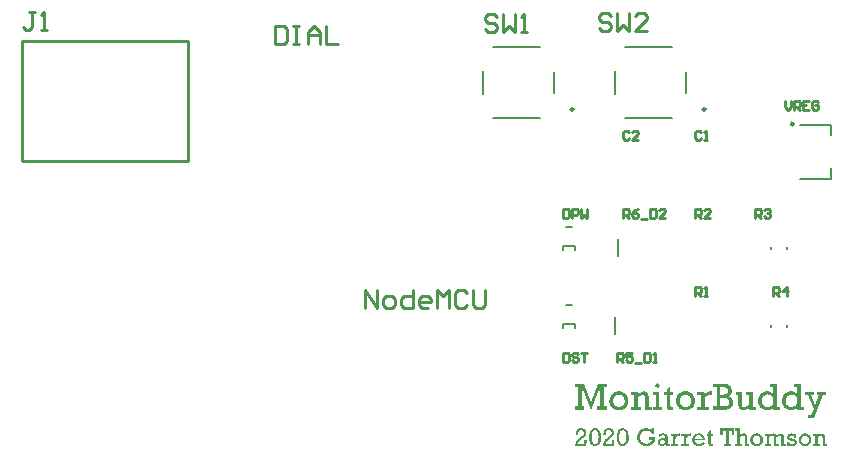
<source format=gto>
G04 Layer_Color=15132400*
%FSLAX25Y25*%
%MOIN*%
G70*
G01*
G75*
%ADD18C,0.01000*%
%ADD29C,0.00984*%
%ADD30C,0.00787*%
G36*
X405055Y428121D02*
X405180Y428093D01*
X405332Y428066D01*
X405499Y428010D01*
X405652Y427941D01*
X405804Y427844D01*
X405818Y427830D01*
X405874Y427788D01*
X405929Y427732D01*
X406012Y427649D01*
X406096Y427552D01*
X406179Y427441D01*
X406262Y427302D01*
X406318Y427163D01*
Y427149D01*
X406332Y427094D01*
X406359Y426997D01*
X406387Y426872D01*
X406401Y426705D01*
X406429Y426497D01*
X406443Y426261D01*
Y425997D01*
Y423055D01*
X407456D01*
Y422000D01*
X405263D01*
Y425942D01*
Y425956D01*
Y425970D01*
Y426053D01*
X405249Y426164D01*
X405235Y426303D01*
X405207Y426455D01*
X405180Y426608D01*
X405124Y426733D01*
X405055Y426830D01*
X405041Y426844D01*
X405013Y426872D01*
X404971Y426900D01*
X404916Y426941D01*
X404833Y426983D01*
X404749Y427025D01*
X404652Y427038D01*
X404541Y427052D01*
X404458D01*
X404402Y427038D01*
X404333Y427025D01*
X404236Y427011D01*
X404028Y426955D01*
X403764Y426858D01*
X403458Y426719D01*
X403292Y426636D01*
X403125Y426539D01*
X402945Y426414D01*
X402765Y426275D01*
Y423055D01*
X403805D01*
Y422000D01*
X400530D01*
Y423055D01*
X401585D01*
Y426983D01*
X400530D01*
Y428038D01*
X402765D01*
Y427302D01*
X402778Y427316D01*
X402820Y427344D01*
X402876Y427385D01*
X402959Y427427D01*
X403056Y427496D01*
X403181Y427566D01*
X403306Y427635D01*
X403458Y427719D01*
X403778Y427871D01*
X404125Y428010D01*
X404305Y428052D01*
X404486Y428093D01*
X404666Y428121D01*
X404846Y428135D01*
X404944D01*
X405055Y428121D01*
D02*
G37*
G36*
X409482Y430800D02*
X409552Y430786D01*
X409635Y430758D01*
X409718Y430730D01*
X409802Y430675D01*
X409885Y430606D01*
X409899Y430592D01*
X409927Y430564D01*
X409954Y430522D01*
X409996Y430467D01*
X410038Y430383D01*
X410079Y430300D01*
X410093Y430203D01*
X410107Y430092D01*
Y430078D01*
Y430050D01*
X410093Y429995D01*
X410079Y429925D01*
X410051Y429842D01*
X410010Y429759D01*
X409954Y429676D01*
X409885Y429592D01*
X409871Y429578D01*
X409843Y429565D01*
X409802Y429523D01*
X409746Y429495D01*
X409593Y429412D01*
X409496Y429398D01*
X409385Y429384D01*
X409344D01*
X409288Y429398D01*
X409219Y429412D01*
X409135Y429440D01*
X409052Y429467D01*
X408969Y429523D01*
X408886Y429592D01*
X408872Y429606D01*
X408858Y429634D01*
X408816Y429676D01*
X408788Y429731D01*
X408705Y429898D01*
X408691Y429981D01*
X408677Y430092D01*
Y430106D01*
Y430148D01*
X408691Y430189D01*
X408705Y430259D01*
X408761Y430425D01*
X408802Y430508D01*
X408872Y430592D01*
X408886Y430606D01*
X408913Y430633D01*
X408955Y430661D01*
X409011Y430703D01*
X409094Y430744D01*
X409177Y430786D01*
X409274Y430800D01*
X409385Y430814D01*
X409441D01*
X409482Y430800D01*
D02*
G37*
G36*
X449221Y423055D02*
X450304D01*
Y422000D01*
X448041D01*
Y422874D01*
X448027Y422861D01*
X447999Y422833D01*
X447958Y422791D01*
X447888Y422722D01*
X447791Y422652D01*
X447694Y422569D01*
X447569Y422486D01*
X447444Y422389D01*
X447292Y422305D01*
X447125Y422208D01*
X446750Y422055D01*
X446556Y421986D01*
X446334Y421945D01*
X446112Y421917D01*
X445876Y421903D01*
X445765D01*
X445681Y421917D01*
X445570Y421931D01*
X445459Y421945D01*
X445321Y421972D01*
X445182Y422000D01*
X444849Y422097D01*
X444682Y422167D01*
X444502Y422236D01*
X444335Y422333D01*
X444155Y422430D01*
X443974Y422555D01*
X443808Y422694D01*
X443794Y422708D01*
X443766Y422736D01*
X443724Y422777D01*
X443669Y422847D01*
X443599Y422930D01*
X443530Y423027D01*
X443447Y423152D01*
X443364Y423277D01*
X443280Y423430D01*
X443197Y423610D01*
X443127Y423791D01*
X443058Y423999D01*
X443003Y424221D01*
X442961Y424457D01*
X442933Y424720D01*
X442919Y424984D01*
Y424998D01*
Y425054D01*
Y425123D01*
X442933Y425234D01*
X442947Y425359D01*
X442975Y425498D01*
X443003Y425664D01*
X443030Y425845D01*
X443141Y426220D01*
X443211Y426414D01*
X443308Y426608D01*
X443405Y426802D01*
X443530Y426997D01*
X443669Y427177D01*
X443835Y427344D01*
X443849Y427358D01*
X443877Y427385D01*
X443933Y427427D01*
X444002Y427483D01*
X444085Y427538D01*
X444182Y427621D01*
X444307Y427691D01*
X444432Y427774D01*
X444738Y427927D01*
X445098Y428066D01*
X445279Y428121D01*
X445487Y428163D01*
X445695Y428191D01*
X445903Y428204D01*
X446028D01*
X446112Y428191D01*
X446209Y428177D01*
X446334Y428149D01*
X446473Y428121D01*
X446625Y428079D01*
X446792Y428024D01*
X446958Y427968D01*
X447139Y427885D01*
X447319Y427788D01*
X447500Y427677D01*
X447680Y427538D01*
X447861Y427399D01*
X448041Y427219D01*
Y429620D01*
X446875D01*
Y430675D01*
X449221D01*
Y423055D01*
D02*
G37*
G36*
X457202D02*
X458285D01*
Y422000D01*
X456022D01*
Y422874D01*
X456008Y422861D01*
X455980Y422833D01*
X455939Y422791D01*
X455869Y422722D01*
X455772Y422652D01*
X455675Y422569D01*
X455550Y422486D01*
X455425Y422389D01*
X455272Y422305D01*
X455106Y422208D01*
X454731Y422055D01*
X454537Y421986D01*
X454315Y421945D01*
X454093Y421917D01*
X453857Y421903D01*
X453746D01*
X453662Y421917D01*
X453551Y421931D01*
X453440Y421945D01*
X453302Y421972D01*
X453163Y422000D01*
X452830Y422097D01*
X452663Y422167D01*
X452483Y422236D01*
X452316Y422333D01*
X452136Y422430D01*
X451955Y422555D01*
X451789Y422694D01*
X451775Y422708D01*
X451747Y422736D01*
X451705Y422777D01*
X451650Y422847D01*
X451580Y422930D01*
X451511Y423027D01*
X451428Y423152D01*
X451344Y423277D01*
X451261Y423430D01*
X451178Y423610D01*
X451109Y423791D01*
X451039Y423999D01*
X450984Y424221D01*
X450942Y424457D01*
X450914Y424720D01*
X450900Y424984D01*
Y424998D01*
Y425054D01*
Y425123D01*
X450914Y425234D01*
X450928Y425359D01*
X450956Y425498D01*
X450984Y425664D01*
X451011Y425845D01*
X451122Y426220D01*
X451192Y426414D01*
X451289Y426608D01*
X451386Y426802D01*
X451511Y426997D01*
X451650Y427177D01*
X451816Y427344D01*
X451830Y427358D01*
X451858Y427385D01*
X451914Y427427D01*
X451983Y427483D01*
X452066Y427538D01*
X452163Y427621D01*
X452288Y427691D01*
X452413Y427774D01*
X452719Y427927D01*
X453080Y428066D01*
X453260Y428121D01*
X453468Y428163D01*
X453676Y428191D01*
X453885Y428204D01*
X454009D01*
X454093Y428191D01*
X454190Y428177D01*
X454315Y428149D01*
X454454Y428121D01*
X454606Y428079D01*
X454773Y428024D01*
X454939Y427968D01*
X455120Y427885D01*
X455300Y427788D01*
X455481Y427677D01*
X455661Y427538D01*
X455842Y427399D01*
X456022Y427219D01*
Y429620D01*
X454856D01*
Y430675D01*
X457202D01*
Y423055D01*
D02*
G37*
G36*
X423237Y414125D02*
X423301Y414116D01*
X423385Y414107D01*
X423477Y414088D01*
X423579Y414061D01*
X423810Y413987D01*
X423930Y413940D01*
X424051Y413885D01*
X424180Y413820D01*
X424309Y413737D01*
X424439Y413645D01*
X424559Y413543D01*
X424569Y413533D01*
X424587Y413515D01*
X424624Y413478D01*
X424661Y413432D01*
X424717Y413376D01*
X424772Y413302D01*
X424837Y413210D01*
X424892Y413108D01*
X424957Y412997D01*
X425022Y412867D01*
X425077Y412719D01*
X425133Y412571D01*
X425179Y412396D01*
X425216Y412220D01*
X425244Y412026D01*
X425253Y411813D01*
X421868D01*
Y411804D01*
Y411785D01*
X421877Y411758D01*
X421886Y411721D01*
X421914Y411619D01*
X421951Y411489D01*
X422006Y411341D01*
X422080Y411193D01*
X422182Y411045D01*
X422302Y410907D01*
X422321Y410888D01*
X422367Y410851D01*
X422450Y410795D01*
X422561Y410740D01*
X422691Y410675D01*
X422857Y410620D01*
X423033Y410583D01*
X423237Y410564D01*
X423274D01*
X423320Y410573D01*
X423375D01*
X423440Y410583D01*
X423523Y410601D01*
X423717Y410647D01*
X423819Y410684D01*
X423921Y410731D01*
X424032Y410777D01*
X424143Y410842D01*
X424254Y410925D01*
X424356Y411008D01*
X424458Y411110D01*
X424550Y411230D01*
X425253Y410916D01*
Y410907D01*
X425235Y410897D01*
X425216Y410870D01*
X425188Y410833D01*
X425114Y410740D01*
X425012Y410620D01*
X424883Y410490D01*
X424735Y410361D01*
X424559Y410241D01*
X424365Y410129D01*
X424356D01*
X424337Y410120D01*
X424309Y410111D01*
X424272Y410092D01*
X424217Y410074D01*
X424161Y410046D01*
X424023Y410009D01*
X423847Y409963D01*
X423653Y409917D01*
X423449Y409889D01*
X423227Y409880D01*
X423135D01*
X423070Y409889D01*
X422996Y409898D01*
X422903Y409907D01*
X422792Y409926D01*
X422682Y409954D01*
X422432Y410018D01*
X422302Y410065D01*
X422173Y410120D01*
X422034Y410185D01*
X421905Y410268D01*
X421775Y410352D01*
X421645Y410453D01*
X421636Y410463D01*
X421618Y410481D01*
X421590Y410509D01*
X421544Y410555D01*
X421497Y410620D01*
X421442Y410684D01*
X421386Y410768D01*
X421322Y410860D01*
X421266Y410971D01*
X421202Y411082D01*
X421146Y411212D01*
X421100Y411350D01*
X421054Y411498D01*
X421026Y411656D01*
X421007Y411832D01*
X420998Y412007D01*
Y412016D01*
Y412044D01*
Y412100D01*
X421007Y412164D01*
X421017Y412239D01*
X421035Y412331D01*
X421054Y412433D01*
X421081Y412544D01*
X421155Y412784D01*
X421202Y412914D01*
X421266Y413043D01*
X421340Y413173D01*
X421423Y413293D01*
X421516Y413413D01*
X421627Y413533D01*
X421636Y413543D01*
X421655Y413561D01*
X421692Y413589D01*
X421738Y413626D01*
X421803Y413672D01*
X421877Y413728D01*
X421960Y413774D01*
X422052Y413839D01*
X422154Y413894D01*
X422265Y413940D01*
X422515Y414042D01*
X422654Y414079D01*
X422792Y414107D01*
X422940Y414125D01*
X423098Y414135D01*
X423181D01*
X423237Y414125D01*
D02*
G37*
G36*
X388669Y415865D02*
X388734D01*
X388817Y415846D01*
X388910Y415828D01*
X389012Y415809D01*
X389123Y415772D01*
X389243Y415726D01*
X389363Y415680D01*
X389483Y415605D01*
X389603Y415531D01*
X389724Y415439D01*
X389844Y415328D01*
X389955Y415208D01*
X390057Y415060D01*
X390066Y415051D01*
X390075Y415023D01*
X390103Y414977D01*
X390140Y414912D01*
X390177Y414828D01*
X390223Y414736D01*
X390269Y414616D01*
X390325Y414486D01*
X390371Y414338D01*
X390418Y414172D01*
X390464Y413996D01*
X390501Y413802D01*
X390538Y413598D01*
X390565Y413376D01*
X390575Y413136D01*
X390584Y412886D01*
Y412867D01*
Y412821D01*
Y412747D01*
X390575Y412655D01*
X390565Y412535D01*
X390556Y412396D01*
X390538Y412239D01*
X390519Y412081D01*
X390455Y411721D01*
X390408Y411536D01*
X390353Y411360D01*
X390288Y411175D01*
X390223Y410999D01*
X390131Y410842D01*
X390038Y410684D01*
X390029Y410675D01*
X390010Y410647D01*
X389983Y410610D01*
X389936Y410564D01*
X389890Y410509D01*
X389816Y410435D01*
X389742Y410370D01*
X389659Y410296D01*
X389557Y410222D01*
X389446Y410157D01*
X389326Y410092D01*
X389196Y410028D01*
X389058Y409981D01*
X388910Y409944D01*
X388743Y409917D01*
X388577Y409907D01*
X388530D01*
X388484Y409917D01*
X388420D01*
X388336Y409935D01*
X388244Y409954D01*
X388133Y409972D01*
X388022Y410009D01*
X387901Y410055D01*
X387781Y410102D01*
X387652Y410167D01*
X387531Y410250D01*
X387411Y410342D01*
X387291Y410444D01*
X387180Y410573D01*
X387078Y410712D01*
X387069Y410721D01*
X387060Y410749D01*
X387032Y410795D01*
X386995Y410860D01*
X386958Y410944D01*
X386921Y411045D01*
X386875Y411156D01*
X386828Y411286D01*
X386773Y411434D01*
X386727Y411600D01*
X386690Y411776D01*
X386653Y411970D01*
X386616Y412183D01*
X386588Y412405D01*
X386579Y412636D01*
X386569Y412886D01*
Y412905D01*
Y412951D01*
Y413025D01*
X386579Y413117D01*
X386588Y413237D01*
X386597Y413376D01*
X386616Y413533D01*
X386634Y413700D01*
X386699Y414051D01*
X386745Y414236D01*
X386801Y414412D01*
X386856Y414597D01*
X386930Y414773D01*
X387014Y414939D01*
X387106Y415088D01*
X387115Y415097D01*
X387134Y415125D01*
X387161Y415162D01*
X387208Y415208D01*
X387263Y415273D01*
X387328Y415337D01*
X387402Y415411D01*
X387494Y415485D01*
X387587Y415550D01*
X387698Y415624D01*
X387818Y415689D01*
X387957Y415754D01*
X388096Y415800D01*
X388244Y415837D01*
X388410Y415865D01*
X388577Y415874D01*
X388623D01*
X388669Y415865D01*
D02*
G37*
G36*
X397901D02*
X397966D01*
X398049Y415846D01*
X398141Y415828D01*
X398243Y415809D01*
X398354Y415772D01*
X398474Y415726D01*
X398594Y415680D01*
X398715Y415605D01*
X398835Y415531D01*
X398955Y415439D01*
X399076Y415328D01*
X399186Y415208D01*
X399288Y415060D01*
X399297Y415051D01*
X399307Y415023D01*
X399335Y414977D01*
X399372Y414912D01*
X399409Y414828D01*
X399455Y414736D01*
X399501Y414616D01*
X399556Y414486D01*
X399603Y414338D01*
X399649Y414172D01*
X399695Y413996D01*
X399732Y413802D01*
X399769Y413598D01*
X399797Y413376D01*
X399806Y413136D01*
X399816Y412886D01*
Y412867D01*
Y412821D01*
Y412747D01*
X399806Y412655D01*
X399797Y412535D01*
X399788Y412396D01*
X399769Y412239D01*
X399751Y412081D01*
X399686Y411721D01*
X399640Y411536D01*
X399584Y411360D01*
X399519Y411175D01*
X399455Y410999D01*
X399362Y410842D01*
X399270Y410684D01*
X399260Y410675D01*
X399242Y410647D01*
X399214Y410610D01*
X399168Y410564D01*
X399122Y410509D01*
X399048Y410435D01*
X398974Y410370D01*
X398890Y410296D01*
X398789Y410222D01*
X398678Y410157D01*
X398557Y410092D01*
X398428Y410028D01*
X398289Y409981D01*
X398141Y409944D01*
X397975Y409917D01*
X397808Y409907D01*
X397762D01*
X397716Y409917D01*
X397651D01*
X397568Y409935D01*
X397475Y409954D01*
X397364Y409972D01*
X397253Y410009D01*
X397133Y410055D01*
X397013Y410102D01*
X396883Y410167D01*
X396763Y410250D01*
X396643Y410342D01*
X396522Y410444D01*
X396411Y410573D01*
X396310Y410712D01*
X396301Y410721D01*
X396291Y410749D01*
X396264Y410795D01*
X396227Y410860D01*
X396189Y410944D01*
X396152Y411045D01*
X396106Y411156D01*
X396060Y411286D01*
X396005Y411434D01*
X395958Y411600D01*
X395921Y411776D01*
X395884Y411970D01*
X395847Y412183D01*
X395819Y412405D01*
X395810Y412636D01*
X395801Y412886D01*
Y412905D01*
Y412951D01*
Y413025D01*
X395810Y413117D01*
X395819Y413237D01*
X395829Y413376D01*
X395847Y413533D01*
X395866Y413700D01*
X395931Y414051D01*
X395977Y414236D01*
X396032Y414412D01*
X396088Y414597D01*
X396162Y414773D01*
X396245Y414939D01*
X396338Y415088D01*
X396347Y415097D01*
X396365Y415125D01*
X396393Y415162D01*
X396439Y415208D01*
X396495Y415273D01*
X396560Y415337D01*
X396634Y415411D01*
X396726Y415485D01*
X396818Y415550D01*
X396930Y415624D01*
X397050Y415689D01*
X397188Y415754D01*
X397327Y415800D01*
X397475Y415837D01*
X397642Y415865D01*
X397808Y415874D01*
X397854D01*
X397901Y415865D01*
D02*
G37*
G36*
X442597Y414125D02*
X442671Y414116D01*
X442754Y414107D01*
X442856Y414088D01*
X442957Y414061D01*
X443198Y413987D01*
X443318Y413940D01*
X443448Y413885D01*
X443568Y413820D01*
X443698Y413737D01*
X443818Y413645D01*
X443938Y413543D01*
X443947Y413533D01*
X443966Y413515D01*
X443994Y413478D01*
X444040Y413432D01*
X444086Y413376D01*
X444141Y413302D01*
X444197Y413219D01*
X444252Y413127D01*
X444308Y413025D01*
X444373Y412905D01*
X444419Y412784D01*
X444465Y412645D01*
X444512Y412498D01*
X444539Y412340D01*
X444558Y412183D01*
X444567Y412007D01*
Y411998D01*
Y411961D01*
Y411915D01*
X444558Y411850D01*
X444549Y411767D01*
X444530Y411674D01*
X444512Y411573D01*
X444493Y411461D01*
X444410Y411212D01*
X444363Y411082D01*
X444299Y410953D01*
X444234Y410823D01*
X444141Y410703D01*
X444049Y410573D01*
X443938Y410463D01*
X443929Y410453D01*
X443910Y410435D01*
X443873Y410407D01*
X443827Y410370D01*
X443772Y410324D01*
X443698Y410278D01*
X443614Y410222D01*
X443522Y410176D01*
X443420Y410120D01*
X443300Y410065D01*
X443050Y409972D01*
X442911Y409935D01*
X442763Y409907D01*
X442606Y409889D01*
X442449Y409880D01*
X442366D01*
X442301Y409889D01*
X442227Y409898D01*
X442134Y409907D01*
X442032Y409926D01*
X441922Y409954D01*
X441690Y410028D01*
X441561Y410074D01*
X441431Y410129D01*
X441311Y410194D01*
X441182Y410278D01*
X441061Y410370D01*
X440941Y410472D01*
X440932Y410481D01*
X440913Y410499D01*
X440885Y410536D01*
X440848Y410583D01*
X440802Y410638D01*
X440747Y410712D01*
X440700Y410795D01*
X440645Y410888D01*
X440580Y410999D01*
X440534Y411110D01*
X440479Y411239D01*
X440432Y411369D01*
X440395Y411517D01*
X440368Y411674D01*
X440349Y411841D01*
X440340Y412007D01*
Y412016D01*
Y412044D01*
Y412100D01*
X440349Y412164D01*
X440358Y412239D01*
X440377Y412331D01*
X440395Y412433D01*
X440414Y412544D01*
X440488Y412784D01*
X440534Y412914D01*
X440599Y413043D01*
X440663Y413173D01*
X440747Y413293D01*
X440839Y413413D01*
X440950Y413533D01*
X440960Y413543D01*
X440978Y413561D01*
X441015Y413589D01*
X441061Y413626D01*
X441117Y413672D01*
X441191Y413728D01*
X441274Y413774D01*
X441366Y413839D01*
X441468Y413894D01*
X441588Y413940D01*
X441709Y413996D01*
X441838Y414042D01*
X441977Y414079D01*
X442134Y414107D01*
X442282Y414125D01*
X442449Y414135D01*
X442532D01*
X442597Y414125D01*
D02*
G37*
G36*
X458729D02*
X458803Y414116D01*
X458886Y414107D01*
X458988Y414088D01*
X459090Y414061D01*
X459330Y413987D01*
X459450Y413940D01*
X459580Y413885D01*
X459700Y413820D01*
X459830Y413737D01*
X459950Y413645D01*
X460070Y413543D01*
X460079Y413533D01*
X460098Y413515D01*
X460125Y413478D01*
X460172Y413432D01*
X460218Y413376D01*
X460274Y413302D01*
X460329Y413219D01*
X460385Y413127D01*
X460440Y413025D01*
X460505Y412905D01*
X460551Y412784D01*
X460597Y412645D01*
X460643Y412498D01*
X460671Y412340D01*
X460690Y412183D01*
X460699Y412007D01*
Y411998D01*
Y411961D01*
Y411915D01*
X460690Y411850D01*
X460680Y411767D01*
X460662Y411674D01*
X460643Y411573D01*
X460625Y411461D01*
X460542Y411212D01*
X460496Y411082D01*
X460431Y410953D01*
X460366Y410823D01*
X460274Y410703D01*
X460181Y410573D01*
X460070Y410463D01*
X460061Y410453D01*
X460042Y410435D01*
X460005Y410407D01*
X459959Y410370D01*
X459903Y410324D01*
X459830Y410278D01*
X459746Y410222D01*
X459654Y410176D01*
X459552Y410120D01*
X459432Y410065D01*
X459182Y409972D01*
X459043Y409935D01*
X458895Y409907D01*
X458738Y409889D01*
X458581Y409880D01*
X458497D01*
X458433Y409889D01*
X458359Y409898D01*
X458266Y409907D01*
X458165Y409926D01*
X458053Y409954D01*
X457822Y410028D01*
X457693Y410074D01*
X457563Y410129D01*
X457443Y410194D01*
X457313Y410278D01*
X457193Y410370D01*
X457073Y410472D01*
X457064Y410481D01*
X457045Y410499D01*
X457018Y410536D01*
X456981Y410583D01*
X456934Y410638D01*
X456879Y410712D01*
X456833Y410795D01*
X456777Y410888D01*
X456712Y410999D01*
X456666Y411110D01*
X456610Y411239D01*
X456564Y411369D01*
X456527Y411517D01*
X456499Y411674D01*
X456481Y411841D01*
X456472Y412007D01*
Y412016D01*
Y412044D01*
Y412100D01*
X456481Y412164D01*
X456490Y412239D01*
X456509Y412331D01*
X456527Y412433D01*
X456546Y412544D01*
X456620Y412784D01*
X456666Y412914D01*
X456731Y413043D01*
X456796Y413173D01*
X456879Y413293D01*
X456971Y413413D01*
X457082Y413533D01*
X457092Y413543D01*
X457110Y413561D01*
X457147Y413589D01*
X457193Y413626D01*
X457249Y413672D01*
X457323Y413728D01*
X457406Y413774D01*
X457499Y413839D01*
X457600Y413894D01*
X457721Y413940D01*
X457841Y413996D01*
X457970Y414042D01*
X458109Y414079D01*
X458266Y414107D01*
X458414Y414125D01*
X458581Y414135D01*
X458664D01*
X458729Y414125D01*
D02*
G37*
G36*
X413591Y428038D02*
X414701D01*
Y426983D01*
X413591D01*
Y424040D01*
Y424026D01*
Y424013D01*
Y423929D01*
Y423804D01*
X413605Y423666D01*
Y423513D01*
X413619Y423374D01*
X413632Y423249D01*
X413660Y423166D01*
X413674Y423138D01*
X413702Y423124D01*
X413744Y423097D01*
X413799Y423069D01*
X413855Y423041D01*
X413952Y423027D01*
X414049Y423013D01*
X414104D01*
X414174Y423027D01*
X414257D01*
X414354Y423041D01*
X414465Y423069D01*
X414701Y423138D01*
Y422055D01*
X414687D01*
X414618Y422028D01*
X414535Y422014D01*
X414410Y421986D01*
X414271Y421958D01*
X414118Y421931D01*
X413952Y421917D01*
X413785Y421903D01*
X413702D01*
X413591Y421917D01*
X413480Y421931D01*
X413341Y421958D01*
X413188Y422000D01*
X413050Y422055D01*
X412911Y422139D01*
X412897Y422153D01*
X412855Y422180D01*
X412800Y422236D01*
X412730Y422305D01*
X412661Y422389D01*
X412592Y422486D01*
X412536Y422611D01*
X412494Y422736D01*
Y422750D01*
X412480Y422805D01*
X412467Y422902D01*
X412453Y423027D01*
X412439Y423194D01*
X412425Y423416D01*
X412411Y423679D01*
Y423985D01*
Y426983D01*
X411620D01*
Y428038D01*
X412411D01*
Y428968D01*
X413591Y430050D01*
Y428038D01*
D02*
G37*
G36*
X410024Y423055D02*
X410954D01*
Y422000D01*
X407914D01*
Y423055D01*
X408844D01*
Y426983D01*
X407914D01*
Y428038D01*
X410024D01*
Y423055D01*
D02*
G37*
G36*
X396741Y428191D02*
X396852Y428177D01*
X396976Y428163D01*
X397129Y428135D01*
X397282Y428093D01*
X397643Y427982D01*
X397823Y427913D01*
X398018Y427830D01*
X398198Y427732D01*
X398392Y427607D01*
X398573Y427469D01*
X398753Y427316D01*
X398767Y427302D01*
X398795Y427274D01*
X398836Y427219D01*
X398906Y427149D01*
X398975Y427066D01*
X399059Y426955D01*
X399142Y426830D01*
X399225Y426691D01*
X399308Y426539D01*
X399406Y426358D01*
X399475Y426178D01*
X399544Y425970D01*
X399614Y425748D01*
X399655Y425512D01*
X399683Y425276D01*
X399697Y425012D01*
Y424998D01*
Y424943D01*
Y424873D01*
X399683Y424776D01*
X399669Y424651D01*
X399641Y424512D01*
X399614Y424360D01*
X399586Y424193D01*
X399461Y423818D01*
X399392Y423624D01*
X399294Y423430D01*
X399197Y423235D01*
X399059Y423055D01*
X398920Y422861D01*
X398753Y422694D01*
X398739Y422680D01*
X398711Y422652D01*
X398656Y422611D01*
X398587Y422555D01*
X398503Y422486D01*
X398392Y422416D01*
X398267Y422333D01*
X398129Y422264D01*
X397976Y422180D01*
X397795Y422097D01*
X397421Y421958D01*
X397213Y421903D01*
X396990Y421861D01*
X396754Y421833D01*
X396518Y421820D01*
X396394D01*
X396296Y421833D01*
X396185Y421847D01*
X396047Y421861D01*
X395894Y421889D01*
X395727Y421931D01*
X395380Y422042D01*
X395186Y422111D01*
X394992Y422194D01*
X394811Y422292D01*
X394617Y422416D01*
X394437Y422555D01*
X394256Y422708D01*
X394242Y422722D01*
X394214Y422750D01*
X394173Y422805D01*
X394117Y422874D01*
X394048Y422958D01*
X393965Y423069D01*
X393895Y423194D01*
X393812Y423333D01*
X393715Y423499D01*
X393645Y423666D01*
X393562Y423860D01*
X393493Y424054D01*
X393437Y424276D01*
X393395Y424512D01*
X393368Y424762D01*
X393354Y425012D01*
Y425026D01*
Y425068D01*
Y425151D01*
X393368Y425248D01*
X393382Y425359D01*
X393409Y425498D01*
X393437Y425650D01*
X393465Y425817D01*
X393576Y426178D01*
X393645Y426372D01*
X393742Y426567D01*
X393840Y426761D01*
X393965Y426941D01*
X394103Y427122D01*
X394270Y427302D01*
X394284Y427316D01*
X394312Y427344D01*
X394367Y427385D01*
X394437Y427441D01*
X394520Y427510D01*
X394631Y427594D01*
X394756Y427663D01*
X394895Y427760D01*
X395047Y427844D01*
X395228Y427913D01*
X395408Y427996D01*
X395602Y428066D01*
X395811Y428121D01*
X396047Y428163D01*
X396269Y428191D01*
X396518Y428204D01*
X396643D01*
X396741Y428191D01*
D02*
G37*
G36*
X418962D02*
X419073Y428177D01*
X419198Y428163D01*
X419351Y428135D01*
X419504Y428093D01*
X419865Y427982D01*
X420045Y427913D01*
X420239Y427830D01*
X420420Y427732D01*
X420614Y427607D01*
X420795Y427469D01*
X420975Y427316D01*
X420989Y427302D01*
X421017Y427274D01*
X421058Y427219D01*
X421128Y427149D01*
X421197Y427066D01*
X421280Y426955D01*
X421364Y426830D01*
X421447Y426691D01*
X421530Y426539D01*
X421627Y426358D01*
X421697Y426178D01*
X421766Y425970D01*
X421836Y425748D01*
X421877Y425512D01*
X421905Y425276D01*
X421919Y425012D01*
Y424998D01*
Y424943D01*
Y424873D01*
X421905Y424776D01*
X421891Y424651D01*
X421863Y424512D01*
X421836Y424360D01*
X421808Y424193D01*
X421683Y423818D01*
X421614Y423624D01*
X421516Y423430D01*
X421419Y423235D01*
X421280Y423055D01*
X421142Y422861D01*
X420975Y422694D01*
X420961Y422680D01*
X420933Y422652D01*
X420878Y422611D01*
X420809Y422555D01*
X420725Y422486D01*
X420614Y422416D01*
X420489Y422333D01*
X420350Y422264D01*
X420198Y422180D01*
X420017Y422097D01*
X419643Y421958D01*
X419434Y421903D01*
X419212Y421861D01*
X418976Y421833D01*
X418740Y421820D01*
X418615D01*
X418518Y421833D01*
X418407Y421847D01*
X418268Y421861D01*
X418116Y421889D01*
X417949Y421931D01*
X417602Y422042D01*
X417408Y422111D01*
X417214Y422194D01*
X417033Y422292D01*
X416839Y422416D01*
X416658Y422555D01*
X416478Y422708D01*
X416464Y422722D01*
X416436Y422750D01*
X416395Y422805D01*
X416339Y422874D01*
X416270Y422958D01*
X416186Y423069D01*
X416117Y423194D01*
X416034Y423333D01*
X415937Y423499D01*
X415867Y423666D01*
X415784Y423860D01*
X415715Y424054D01*
X415659Y424276D01*
X415617Y424512D01*
X415590Y424762D01*
X415576Y425012D01*
Y425026D01*
Y425068D01*
Y425151D01*
X415590Y425248D01*
X415603Y425359D01*
X415631Y425498D01*
X415659Y425650D01*
X415687Y425817D01*
X415798Y426178D01*
X415867Y426372D01*
X415964Y426567D01*
X416061Y426761D01*
X416186Y426941D01*
X416325Y427122D01*
X416492Y427302D01*
X416506Y427316D01*
X416533Y427344D01*
X416589Y427385D01*
X416658Y427441D01*
X416742Y427510D01*
X416853Y427594D01*
X416978Y427663D01*
X417116Y427760D01*
X417269Y427844D01*
X417450Y427913D01*
X417630Y427996D01*
X417824Y428066D01*
X418033Y428121D01*
X418268Y428163D01*
X418491Y428191D01*
X418740Y428204D01*
X418865D01*
X418962Y428191D01*
D02*
G37*
G36*
X431316Y430661D02*
X431566D01*
X431857Y430633D01*
X432162Y430606D01*
X432440Y430578D01*
X432565Y430550D01*
X432690Y430522D01*
X432718D01*
X432787Y430495D01*
X432898Y430453D01*
X433051Y430383D01*
X433203Y430286D01*
X433384Y430161D01*
X433564Y429995D01*
X433745Y429801D01*
X433758Y429773D01*
X433814Y429703D01*
X433883Y429578D01*
X433981Y429412D01*
X434064Y429204D01*
X434133Y428982D01*
X434189Y428718D01*
X434203Y428426D01*
Y428399D01*
Y428329D01*
X434189Y428218D01*
X434175Y428066D01*
X434133Y427899D01*
X434092Y427719D01*
X434022Y427524D01*
X433925Y427344D01*
X433911Y427316D01*
X433870Y427260D01*
X433814Y427177D01*
X433731Y427066D01*
X433620Y426955D01*
X433481Y426830D01*
X433314Y426705D01*
X433134Y426608D01*
X433148D01*
X433162Y426594D01*
X433259Y426567D01*
X433384Y426497D01*
X433550Y426414D01*
X433717Y426289D01*
X433911Y426150D01*
X434092Y425984D01*
X434244Y425775D01*
X434258Y425748D01*
X434300Y425678D01*
X434369Y425553D01*
X434439Y425401D01*
X434508Y425206D01*
X434577Y424984D01*
X434619Y424734D01*
X434633Y424457D01*
Y424429D01*
Y424346D01*
X434619Y424221D01*
X434591Y424068D01*
X434564Y423888D01*
X434508Y423693D01*
X434439Y423499D01*
X434341Y423291D01*
X434328Y423263D01*
X434286Y423208D01*
X434230Y423110D01*
X434133Y422986D01*
X434022Y422861D01*
X433897Y422722D01*
X433731Y422597D01*
X433564Y422472D01*
X433536Y422458D01*
X433481Y422430D01*
X433384Y422375D01*
X433245Y422319D01*
X433092Y422264D01*
X432912Y422194D01*
X432718Y422139D01*
X432509Y422097D01*
X432482D01*
X432412Y422083D01*
X432273Y422069D01*
X432107Y422055D01*
X431885Y422028D01*
X431607Y422014D01*
X431302Y422000D01*
X428012D01*
Y423083D01*
X429081D01*
Y429592D01*
X428012D01*
Y430675D01*
X431191D01*
X431316Y430661D01*
D02*
G37*
G36*
X392563Y429592D02*
X391522D01*
Y423083D01*
X392563D01*
Y422000D01*
X389301D01*
Y423083D01*
X390342D01*
Y429592D01*
X387330Y421917D01*
X387080D01*
X384110Y429592D01*
Y423083D01*
X385068D01*
Y422000D01*
X382000D01*
Y423083D01*
X383041D01*
Y429592D01*
X382000D01*
Y430675D01*
X384956D01*
X387247Y424720D01*
X389565Y430675D01*
X392563D01*
Y429592D01*
D02*
G37*
G36*
X427554Y426941D02*
X427152D01*
X426999Y426927D01*
X426805Y426913D01*
X426583Y426900D01*
X426361Y426858D01*
X426138Y426816D01*
X425958Y426747D01*
X425944Y426733D01*
X425889Y426705D01*
X425805Y426664D01*
X425708Y426594D01*
X425597Y426511D01*
X425486Y426400D01*
X425389Y426261D01*
X425292Y426095D01*
X425278Y426067D01*
X425264Y425997D01*
X425222Y425886D01*
X425208Y425803D01*
X425195Y425706D01*
X425167Y425595D01*
X425153Y425470D01*
X425139Y425331D01*
X425111Y425165D01*
X425097Y424998D01*
Y424804D01*
X425083Y424596D01*
Y424373D01*
Y423055D01*
X426402D01*
Y422000D01*
X422682D01*
Y423055D01*
X423904D01*
Y426983D01*
X422682D01*
Y428038D01*
X424848D01*
Y426678D01*
X424861Y426705D01*
X424889Y426761D01*
X424931Y426858D01*
X424986Y426983D01*
X425070Y427122D01*
X425153Y427274D01*
X425264Y427413D01*
X425389Y427552D01*
X425403Y427566D01*
X425458Y427607D01*
X425528Y427663D01*
X425625Y427746D01*
X425736Y427816D01*
X425861Y427899D01*
X426000Y427954D01*
X426138Y428010D01*
X426152D01*
X426208Y428024D01*
X426305Y428052D01*
X426430Y428079D01*
X426583Y428093D01*
X426777Y428121D01*
X426985Y428135D01*
X427554D01*
Y426941D01*
D02*
G37*
G36*
X441198Y423055D02*
X442239D01*
Y422000D01*
X440018D01*
Y422680D01*
X440004Y422666D01*
X439977Y422652D01*
X439921Y422611D01*
X439838Y422555D01*
X439741Y422500D01*
X439630Y422430D01*
X439505Y422361D01*
X439366Y422292D01*
X439061Y422153D01*
X438728Y422028D01*
X438367Y421931D01*
X438186Y421917D01*
X438006Y421903D01*
X437909D01*
X437798Y421917D01*
X437659Y421931D01*
X437506Y421972D01*
X437340Y422014D01*
X437159Y422083D01*
X437006Y422167D01*
X436993Y422180D01*
X436937Y422208D01*
X436868Y422278D01*
X436784Y422347D01*
X436701Y422444D01*
X436618Y422569D01*
X436535Y422694D01*
X436479Y422847D01*
Y422861D01*
X436465Y422930D01*
X436437Y423027D01*
X436423Y423180D01*
X436396Y423360D01*
X436368Y423596D01*
X436354Y423874D01*
Y424207D01*
Y426983D01*
X435494D01*
Y428038D01*
X437534D01*
Y424346D01*
Y424332D01*
Y424318D01*
Y424235D01*
Y424124D01*
Y423985D01*
X437548Y423832D01*
Y423679D01*
Y423555D01*
X437562Y423444D01*
Y423430D01*
X437575Y423402D01*
X437589Y423360D01*
X437603Y423319D01*
X437673Y423194D01*
X437784Y423069D01*
X437798D01*
X437812Y423041D01*
X437853Y423027D01*
X437909Y422999D01*
X438047Y422958D01*
X438242Y422930D01*
X438325D01*
X438381Y422944D01*
X438464Y422958D01*
X438561Y422972D01*
X438783Y423027D01*
X439047Y423124D01*
X439338Y423263D01*
X439505Y423346D01*
X439671Y423457D01*
X439838Y423568D01*
X440018Y423707D01*
Y426983D01*
X438950D01*
Y428038D01*
X441198D01*
Y423055D01*
D02*
G37*
G36*
X465405Y426983D02*
X464503D01*
X461518Y419293D01*
X459520D01*
Y420334D01*
X460700D01*
X461421Y422097D01*
X459437Y426983D01*
X458437D01*
Y428038D01*
X461421D01*
Y426983D01*
X460700D01*
X461990Y423638D01*
X463267Y426983D01*
X462476D01*
Y428038D01*
X465405D01*
Y426983D01*
D02*
G37*
G36*
X420573Y413293D02*
X420304D01*
X420202Y413284D01*
X420073Y413274D01*
X419925Y413265D01*
X419777Y413237D01*
X419629Y413210D01*
X419509Y413164D01*
X419499Y413154D01*
X419462Y413136D01*
X419407Y413108D01*
X419342Y413062D01*
X419268Y413006D01*
X419194Y412932D01*
X419130Y412840D01*
X419065Y412729D01*
X419056Y412710D01*
X419046Y412664D01*
X419019Y412590D01*
X419009Y412535D01*
X419000Y412470D01*
X418982Y412396D01*
X418972Y412313D01*
X418963Y412220D01*
X418945Y412109D01*
X418935Y411998D01*
Y411868D01*
X418926Y411730D01*
Y411582D01*
Y410703D01*
X419805D01*
Y410000D01*
X417326D01*
Y410703D01*
X418140D01*
Y413321D01*
X417326D01*
Y414024D01*
X418769D01*
Y413117D01*
X418778Y413136D01*
X418796Y413173D01*
X418824Y413237D01*
X418861Y413321D01*
X418917Y413413D01*
X418972Y413515D01*
X419046Y413608D01*
X419130Y413700D01*
X419139Y413709D01*
X419176Y413737D01*
X419222Y413774D01*
X419287Y413830D01*
X419361Y413876D01*
X419444Y413931D01*
X419536Y413968D01*
X419629Y414005D01*
X419638D01*
X419675Y414014D01*
X419740Y414033D01*
X419823Y414051D01*
X419925Y414061D01*
X420054Y414079D01*
X420193Y414088D01*
X420573D01*
Y413293D01*
D02*
G37*
G36*
X450570Y414079D02*
X450654Y414070D01*
X450755Y414042D01*
X450866Y414014D01*
X450968Y413968D01*
X451070Y413913D01*
X451079Y413904D01*
X451116Y413885D01*
X451153Y413839D01*
X451208Y413793D01*
X451264Y413728D01*
X451320Y413654D01*
X451375Y413561D01*
X451412Y413469D01*
Y413459D01*
X451431Y413422D01*
X451440Y413358D01*
X451458Y413274D01*
X451477Y413164D01*
X451486Y413034D01*
X451505Y412877D01*
Y412692D01*
Y410703D01*
X452208D01*
Y410000D01*
X450718D01*
Y412553D01*
Y412571D01*
Y412608D01*
Y412673D01*
Y412747D01*
X450700Y412905D01*
X450691Y412979D01*
X450681Y413043D01*
Y413053D01*
X450672Y413071D01*
X450654Y413127D01*
X450607Y413210D01*
X450570Y413247D01*
X450524Y413284D01*
X450515Y413293D01*
X450505Y413302D01*
X450478Y413321D01*
X450441Y413339D01*
X450339Y413367D01*
X450283Y413385D01*
X450163D01*
X450126Y413376D01*
X450080Y413367D01*
X450025Y413358D01*
X449886Y413321D01*
X449710Y413256D01*
X449617Y413219D01*
X449516Y413164D01*
X449414Y413099D01*
X449303Y413034D01*
X449183Y412951D01*
X449062Y412858D01*
Y410703D01*
X449756D01*
Y410000D01*
X448276D01*
Y412627D01*
Y412636D01*
Y412645D01*
Y412692D01*
X448267Y412766D01*
X448258Y412849D01*
X448230Y413034D01*
X448193Y413127D01*
X448156Y413201D01*
X448147Y413210D01*
X448138Y413228D01*
X448110Y413256D01*
X448064Y413293D01*
X448017Y413330D01*
X447943Y413358D01*
X447860Y413376D01*
X447767Y413385D01*
X447721D01*
X447684Y413376D01*
X447647Y413367D01*
X447592Y413358D01*
X447462Y413321D01*
X447296Y413256D01*
X447194Y413219D01*
X447092Y413164D01*
X446990Y413099D01*
X446870Y413034D01*
X446750Y412951D01*
X446621Y412858D01*
Y410703D01*
X447324D01*
Y410000D01*
X445113D01*
Y410703D01*
X445834D01*
Y413321D01*
X445159D01*
Y414024D01*
X446621D01*
Y413515D01*
X446630Y413524D01*
X446648Y413543D01*
X446695Y413570D01*
X446741Y413608D01*
X446805Y413645D01*
X446879Y413700D01*
X446972Y413746D01*
X447064Y413802D01*
X447277Y413904D01*
X447508Y413996D01*
X447638Y414033D01*
X447758Y414061D01*
X447888Y414079D01*
X448017Y414088D01*
X448082D01*
X448128Y414079D01*
X448184Y414070D01*
X448248Y414051D01*
X448396Y414014D01*
X448545Y413931D01*
X448628Y413885D01*
X448702Y413820D01*
X448776Y413756D01*
X448850Y413663D01*
X448905Y413570D01*
X448961Y413459D01*
X448970Y413469D01*
X448998Y413487D01*
X449035Y413515D01*
X449090Y413561D01*
X449164Y413608D01*
X449248Y413663D01*
X449340Y413719D01*
X449442Y413774D01*
X449664Y413894D01*
X449914Y413987D01*
X450043Y414033D01*
X450173Y414061D01*
X450302Y414079D01*
X450431Y414088D01*
X450496D01*
X450570Y414079D01*
D02*
G37*
G36*
X464269D02*
X464353Y414061D01*
X464455Y414042D01*
X464566Y414005D01*
X464667Y413959D01*
X464769Y413894D01*
X464778Y413885D01*
X464815Y413857D01*
X464852Y413820D01*
X464908Y413765D01*
X464963Y413700D01*
X465019Y413626D01*
X465074Y413533D01*
X465111Y413441D01*
Y413432D01*
X465121Y413395D01*
X465139Y413330D01*
X465158Y413247D01*
X465167Y413136D01*
X465185Y412997D01*
X465195Y412840D01*
Y412664D01*
Y410703D01*
X465870D01*
Y410000D01*
X464408D01*
Y412627D01*
Y412636D01*
Y412645D01*
Y412701D01*
X464399Y412775D01*
X464390Y412867D01*
X464371Y412969D01*
X464353Y413071D01*
X464316Y413154D01*
X464269Y413219D01*
X464260Y413228D01*
X464242Y413247D01*
X464214Y413265D01*
X464177Y413293D01*
X464121Y413321D01*
X464066Y413348D01*
X464001Y413358D01*
X463927Y413367D01*
X463872D01*
X463835Y413358D01*
X463789Y413348D01*
X463724Y413339D01*
X463585Y413302D01*
X463409Y413237D01*
X463206Y413145D01*
X463095Y413090D01*
X462984Y413025D01*
X462863Y412942D01*
X462743Y412849D01*
Y410703D01*
X463437D01*
Y410000D01*
X461254D01*
Y410703D01*
X461957D01*
Y413321D01*
X461254D01*
Y414024D01*
X462743D01*
Y413533D01*
X462752Y413543D01*
X462780Y413561D01*
X462817Y413589D01*
X462873Y413617D01*
X462937Y413663D01*
X463021Y413709D01*
X463104Y413756D01*
X463206Y413811D01*
X463418Y413913D01*
X463650Y414005D01*
X463770Y414033D01*
X463890Y414061D01*
X464010Y414079D01*
X464131Y414088D01*
X464195D01*
X464269Y414079D01*
D02*
G37*
G36*
X454206D02*
X454335Y414061D01*
X454492Y414033D01*
X454649Y413987D01*
X454825Y413931D01*
X454983Y413848D01*
Y414024D01*
X455686D01*
Y412692D01*
X454983D01*
Y412932D01*
Y412942D01*
X454964Y412951D01*
X454927Y413006D01*
X454844Y413090D01*
X454742Y413182D01*
X454612Y413274D01*
X454455Y413358D01*
X454261Y413413D01*
X454159Y413422D01*
X454048Y413432D01*
X454002D01*
X453937Y413422D01*
X453872Y413413D01*
X453789Y413395D01*
X453706Y413376D01*
X453623Y413339D01*
X453540Y413293D01*
X453530Y413284D01*
X453512Y413265D01*
X453475Y413237D01*
X453447Y413201D01*
X453410Y413145D01*
X453373Y413080D01*
X453355Y413016D01*
X453345Y412932D01*
Y412923D01*
Y412895D01*
X453355Y412858D01*
X453364Y412803D01*
X453392Y412756D01*
X453419Y412701D01*
X453466Y412655D01*
X453521Y412618D01*
X453530D01*
X453558Y412599D01*
X453614Y412590D01*
X453687Y412562D01*
X453798Y412535D01*
X453937Y412507D01*
X454021Y412488D01*
X454104Y412470D01*
X454206Y412451D01*
X454317Y412433D01*
X454344D01*
X454372Y412424D01*
X454409Y412414D01*
X454520Y412396D01*
X454649Y412368D01*
X454788Y412340D01*
X454936Y412303D01*
X455075Y412266D01*
X455195Y412220D01*
X455204Y412211D01*
X455251Y412201D01*
X455306Y412164D01*
X455371Y412127D01*
X455454Y412072D01*
X455538Y411998D01*
X455621Y411915D01*
X455695Y411813D01*
X455704Y411804D01*
X455723Y411767D01*
X455759Y411702D01*
X455796Y411619D01*
X455833Y411526D01*
X455870Y411415D01*
X455889Y411286D01*
X455898Y411147D01*
Y411138D01*
Y411119D01*
Y411092D01*
X455889Y411055D01*
X455880Y410953D01*
X455843Y410833D01*
X455796Y410684D01*
X455713Y410536D01*
X455612Y410389D01*
X455538Y410324D01*
X455464Y410259D01*
X455454D01*
X455445Y410250D01*
X455417Y410231D01*
X455389Y410213D01*
X455297Y410157D01*
X455167Y410102D01*
X455010Y410037D01*
X454816Y409991D01*
X454594Y409954D01*
X454354Y409935D01*
X454289D01*
X454243Y409944D01*
X454187D01*
X454132Y409954D01*
X453983Y409972D01*
X453817Y410009D01*
X453641Y410055D01*
X453466Y410129D01*
X453308Y410222D01*
Y410000D01*
X452605D01*
Y411378D01*
X453308D01*
Y411239D01*
Y411230D01*
X453317Y411193D01*
X453336Y411138D01*
X453364Y411082D01*
X453401Y411008D01*
X453447Y410925D01*
X453521Y410851D01*
X453604Y410777D01*
X453614Y410768D01*
X453651Y410749D01*
X453706Y410721D01*
X453789Y410694D01*
X453882Y410657D01*
X453983Y410629D01*
X454113Y410610D01*
X454243Y410601D01*
X454307D01*
X454372Y410610D01*
X454464Y410620D01*
X454557Y410629D01*
X454659Y410657D01*
X454761Y410684D01*
X454853Y410731D01*
X454862Y410740D01*
X454890Y410758D01*
X454927Y410786D01*
X454973Y410823D01*
X455010Y410879D01*
X455047Y410944D01*
X455075Y411018D01*
X455084Y411101D01*
Y411110D01*
Y411138D01*
X455075Y411175D01*
X455056Y411230D01*
X455038Y411276D01*
X455001Y411332D01*
X454955Y411387D01*
X454890Y411434D01*
X454881Y411443D01*
X454853Y411452D01*
X454798Y411471D01*
X454724Y411498D01*
X454622Y411536D01*
X454492Y411563D01*
X454335Y411600D01*
X454141Y411637D01*
X454132D01*
X454104Y411647D01*
X454058Y411656D01*
X454002Y411665D01*
X453937Y411684D01*
X453863Y411702D01*
X453678Y411748D01*
X453484Y411813D01*
X453290Y411887D01*
X453105Y411979D01*
X453031Y412035D01*
X452957Y412090D01*
X452938Y412109D01*
X452901Y412146D01*
X452846Y412220D01*
X452781Y412313D01*
X452716Y412424D01*
X452661Y412571D01*
X452624Y412729D01*
X452605Y412905D01*
Y412914D01*
Y412923D01*
Y412951D01*
X452614Y412988D01*
X452624Y413080D01*
X452652Y413201D01*
X452698Y413330D01*
X452763Y413469D01*
X452855Y413608D01*
X452985Y413746D01*
X453003Y413765D01*
X453058Y413802D01*
X453142Y413857D01*
X453262Y413922D01*
X453401Y413977D01*
X453577Y414033D01*
X453780Y414070D01*
X454002Y414088D01*
X454095D01*
X454206Y414079D01*
D02*
G37*
G36*
X411406Y414125D02*
X411517Y414116D01*
X411637Y414107D01*
X411766Y414079D01*
X411896Y414051D01*
X412025Y414005D01*
X412044Y413996D01*
X412081Y413987D01*
X412137Y413959D01*
X412211Y413922D01*
X412377Y413820D01*
X412451Y413765D01*
X412516Y413691D01*
X412525Y413682D01*
X412543Y413654D01*
X412571Y413617D01*
X412608Y413570D01*
X412645Y413506D01*
X412682Y413432D01*
X412710Y413358D01*
X412738Y413274D01*
Y413265D01*
X412747Y413228D01*
X412756Y413182D01*
X412775Y413099D01*
X412784Y413006D01*
X412793Y412877D01*
X412803Y412738D01*
Y412562D01*
Y410703D01*
X413478D01*
Y410000D01*
X412100D01*
Y410490D01*
X412090Y410481D01*
X412072Y410463D01*
X412044Y410435D01*
X411998Y410407D01*
X411942Y410361D01*
X411877Y410315D01*
X411803Y410268D01*
X411720Y410213D01*
X411535Y410111D01*
X411313Y410018D01*
X411193Y409991D01*
X411073Y409963D01*
X410943Y409944D01*
X410814Y409935D01*
X410758D01*
X410721Y409944D01*
X410619Y409954D01*
X410490Y409981D01*
X410342Y410018D01*
X410185Y410083D01*
X410018Y410167D01*
X409861Y410287D01*
X409842Y410305D01*
X409796Y410352D01*
X409731Y410435D01*
X409667Y410536D01*
X409593Y410666D01*
X409528Y410823D01*
X409482Y411008D01*
X409473Y411101D01*
X409463Y411202D01*
Y411212D01*
Y411230D01*
Y411258D01*
X409473Y411295D01*
X409482Y411397D01*
X409519Y411536D01*
X409565Y411674D01*
X409639Y411832D01*
X409750Y411989D01*
X409815Y412063D01*
X409889Y412137D01*
X409898D01*
X409907Y412155D01*
X409935Y412174D01*
X409963Y412192D01*
X410055Y412257D01*
X410185Y412322D01*
X410333Y412387D01*
X410508Y412451D01*
X410712Y412488D01*
X410925Y412507D01*
X410980D01*
X411017Y412498D01*
X411073D01*
X411128Y412488D01*
X411276Y412461D01*
X411443Y412424D01*
X411628Y412359D01*
X411822Y412276D01*
X412025Y412164D01*
Y412562D01*
Y412571D01*
Y412608D01*
Y412664D01*
X412016Y412738D01*
X411998Y412886D01*
X411979Y412969D01*
X411961Y413034D01*
Y413043D01*
X411951Y413062D01*
X411933Y413090D01*
X411905Y413136D01*
X411868Y413182D01*
X411822Y413228D01*
X411766Y413284D01*
X411692Y413330D01*
X411683Y413339D01*
X411656Y413348D01*
X411609Y413376D01*
X411545Y413404D01*
X411461Y413422D01*
X411369Y413450D01*
X411258Y413459D01*
X411128Y413469D01*
X411073D01*
X411036Y413459D01*
X410925Y413441D01*
X410795Y413413D01*
X410656Y413358D01*
X410518Y413274D01*
X410444Y413219D01*
X410379Y413154D01*
X410323Y413080D01*
X410268Y412997D01*
X409519Y413191D01*
X409528Y413201D01*
X409547Y413228D01*
X409574Y413274D01*
X409621Y413339D01*
X409676Y413413D01*
X409741Y413487D01*
X409824Y413580D01*
X409926Y413663D01*
X410037Y413756D01*
X410157Y413839D01*
X410305Y413913D01*
X410462Y413987D01*
X410629Y414051D01*
X410823Y414098D01*
X411026Y414125D01*
X411248Y414135D01*
X411322D01*
X411406Y414125D01*
D02*
G37*
G36*
X417021Y413293D02*
X416752D01*
X416650Y413284D01*
X416521Y413274D01*
X416373Y413265D01*
X416225Y413237D01*
X416077Y413210D01*
X415957Y413164D01*
X415947Y413154D01*
X415910Y413136D01*
X415855Y413108D01*
X415790Y413062D01*
X415716Y413006D01*
X415642Y412932D01*
X415578Y412840D01*
X415513Y412729D01*
X415504Y412710D01*
X415494Y412664D01*
X415466Y412590D01*
X415457Y412535D01*
X415448Y412470D01*
X415429Y412396D01*
X415420Y412313D01*
X415411Y412220D01*
X415392Y412109D01*
X415383Y411998D01*
Y411868D01*
X415374Y411730D01*
Y411582D01*
Y410703D01*
X416253D01*
Y410000D01*
X413774D01*
Y410703D01*
X414588D01*
Y413321D01*
X413774D01*
Y414024D01*
X415217D01*
Y413117D01*
X415226Y413136D01*
X415244Y413173D01*
X415272Y413237D01*
X415309Y413321D01*
X415365Y413413D01*
X415420Y413515D01*
X415494Y413608D01*
X415578Y413700D01*
X415587Y413709D01*
X415624Y413737D01*
X415670Y413774D01*
X415735Y413830D01*
X415809Y413876D01*
X415892Y413931D01*
X415984Y413968D01*
X416077Y414005D01*
X416086D01*
X416123Y414014D01*
X416188Y414033D01*
X416271Y414051D01*
X416373Y414061D01*
X416503Y414079D01*
X416641Y414088D01*
X417021D01*
Y413293D01*
D02*
G37*
G36*
X393267Y415865D02*
X393340D01*
X393424Y415846D01*
X393618Y415818D01*
X393831Y415763D01*
X394053Y415680D01*
X394155Y415633D01*
X394266Y415568D01*
X394358Y415504D01*
X394450Y415420D01*
X394460Y415411D01*
X394469Y415402D01*
X394497Y415374D01*
X394525Y415337D01*
X394599Y415245D01*
X394691Y415115D01*
X394774Y414949D01*
X394848Y414754D01*
X394904Y414542D01*
X394913Y414422D01*
X394922Y414301D01*
Y414292D01*
Y414274D01*
Y414246D01*
Y414209D01*
X394904Y414107D01*
X394885Y413977D01*
X394848Y413830D01*
X394793Y413672D01*
X394719Y413506D01*
X394617Y413358D01*
X394599Y413339D01*
X394552Y413284D01*
X394525Y413247D01*
X394478Y413201D01*
X394423Y413154D01*
X394358Y413090D01*
X394284Y413025D01*
X394201Y412942D01*
X394099Y412867D01*
X393997Y412775D01*
X393877Y412682D01*
X393747Y412581D01*
X393609Y412479D01*
X393451Y412368D01*
X393442Y412359D01*
X393414Y412340D01*
X393377Y412313D01*
X393322Y412266D01*
X393248Y412220D01*
X393174Y412164D01*
X393007Y412026D01*
X392823Y411878D01*
X392637Y411711D01*
X392554Y411628D01*
X392480Y411554D01*
X392415Y411480D01*
X392360Y411406D01*
X392351Y411387D01*
X392323Y411341D01*
X392277Y411276D01*
X392231Y411184D01*
X392175Y411082D01*
X392129Y410971D01*
X392092Y410860D01*
X392064Y410749D01*
X394238D01*
X394275Y412063D01*
X394978D01*
X394922Y410000D01*
X391231D01*
Y410009D01*
Y410028D01*
Y410055D01*
Y410102D01*
X391241Y410157D01*
Y410213D01*
X391259Y410361D01*
X391287Y410536D01*
X391324Y410731D01*
X391370Y410934D01*
X391444Y411138D01*
Y411147D01*
X391454Y411166D01*
X391463Y411193D01*
X391481Y411230D01*
X391537Y411332D01*
X391601Y411461D01*
X391685Y411610D01*
X391787Y411767D01*
X391907Y411933D01*
X392045Y412090D01*
X392055Y412100D01*
X392064Y412109D01*
X392120Y412164D01*
X392157Y412201D01*
X392212Y412248D01*
X392267Y412303D01*
X392341Y412368D01*
X392415Y412433D01*
X392508Y412507D01*
X392600Y412590D01*
X392711Y412682D01*
X392823Y412775D01*
X392952Y412867D01*
X393081Y412969D01*
X393230Y413080D01*
X393239D01*
X393248Y413099D01*
X393276Y413117D01*
X393313Y413145D01*
X393396Y413210D01*
X393507Y413293D01*
X393618Y413395D01*
X393729Y413496D01*
X393831Y413598D01*
X393914Y413691D01*
X393923Y413700D01*
X393942Y413737D01*
X393969Y413783D01*
X394006Y413857D01*
X394043Y413940D01*
X394071Y414042D01*
X394090Y414153D01*
X394099Y414274D01*
Y414283D01*
Y414292D01*
Y414338D01*
X394090Y414412D01*
X394071Y414505D01*
X394034Y414607D01*
X393988Y414717D01*
X393923Y414828D01*
X393840Y414930D01*
X393831Y414939D01*
X393794Y414967D01*
X393738Y415014D01*
X393664Y415060D01*
X393563Y415106D01*
X393442Y415152D01*
X393303Y415180D01*
X393146Y415189D01*
X393063D01*
X392970Y415171D01*
X392860Y415152D01*
X392730Y415115D01*
X392610Y415069D01*
X392490Y414995D01*
X392388Y414893D01*
X392378Y414884D01*
X392351Y414838D01*
X392314Y414764D01*
X392267Y414671D01*
X392221Y414533D01*
X392184Y414375D01*
X392157Y414172D01*
X392147Y413940D01*
Y413931D01*
Y413913D01*
Y413876D01*
Y413839D01*
Y413737D01*
Y413626D01*
X391379D01*
Y413635D01*
Y413654D01*
Y413709D01*
Y413793D01*
Y413867D01*
Y413876D01*
Y413913D01*
Y413959D01*
X391389Y414024D01*
Y414098D01*
X391407Y414190D01*
X391417Y414292D01*
X391435Y414403D01*
X391491Y414643D01*
X391564Y414884D01*
X391675Y415125D01*
X391750Y415236D01*
X391824Y415337D01*
X391833Y415346D01*
X391842Y415365D01*
X391870Y415383D01*
X391907Y415420D01*
X391953Y415457D01*
X392008Y415504D01*
X392073Y415559D01*
X392157Y415605D01*
X392240Y415652D01*
X392341Y415707D01*
X392443Y415754D01*
X392564Y415791D01*
X392684Y415828D01*
X392823Y415855D01*
X392970Y415865D01*
X393128Y415874D01*
X393211D01*
X393267Y415865D01*
D02*
G37*
G36*
X384035D02*
X384109D01*
X384192Y415846D01*
X384386Y415818D01*
X384599Y415763D01*
X384821Y415680D01*
X384923Y415633D01*
X385034Y415568D01*
X385126Y415504D01*
X385219Y415420D01*
X385228Y415411D01*
X385238Y415402D01*
X385265Y415374D01*
X385293Y415337D01*
X385367Y415245D01*
X385459Y415115D01*
X385543Y414949D01*
X385617Y414754D01*
X385672Y414542D01*
X385682Y414422D01*
X385691Y414301D01*
Y414292D01*
Y414274D01*
Y414246D01*
Y414209D01*
X385672Y414107D01*
X385654Y413977D01*
X385617Y413830D01*
X385561Y413672D01*
X385487Y413506D01*
X385385Y413358D01*
X385367Y413339D01*
X385321Y413284D01*
X385293Y413247D01*
X385247Y413201D01*
X385191Y413154D01*
X385126Y413090D01*
X385052Y413025D01*
X384969Y412942D01*
X384868Y412867D01*
X384766Y412775D01*
X384646Y412682D01*
X384516Y412581D01*
X384377Y412479D01*
X384220Y412368D01*
X384211Y412359D01*
X384183Y412340D01*
X384146Y412313D01*
X384090Y412266D01*
X384016Y412220D01*
X383943Y412164D01*
X383776Y412026D01*
X383591Y411878D01*
X383406Y411711D01*
X383323Y411628D01*
X383249Y411554D01*
X383184Y411480D01*
X383128Y411406D01*
X383119Y411387D01*
X383091Y411341D01*
X383045Y411276D01*
X382999Y411184D01*
X382944Y411082D01*
X382897Y410971D01*
X382860Y410860D01*
X382833Y410749D01*
X385006D01*
X385043Y412063D01*
X385746D01*
X385691Y410000D01*
X382000D01*
Y410009D01*
Y410028D01*
Y410055D01*
Y410102D01*
X382009Y410157D01*
Y410213D01*
X382028Y410361D01*
X382055Y410536D01*
X382092Y410731D01*
X382139Y410934D01*
X382213Y411138D01*
Y411147D01*
X382222Y411166D01*
X382231Y411193D01*
X382250Y411230D01*
X382305Y411332D01*
X382370Y411461D01*
X382453Y411610D01*
X382555Y411767D01*
X382675Y411933D01*
X382814Y412090D01*
X382823Y412100D01*
X382833Y412109D01*
X382888Y412164D01*
X382925Y412201D01*
X382980Y412248D01*
X383036Y412303D01*
X383110Y412368D01*
X383184Y412433D01*
X383277Y412507D01*
X383369Y412590D01*
X383480Y412682D01*
X383591Y412775D01*
X383720Y412867D01*
X383850Y412969D01*
X383998Y413080D01*
X384007D01*
X384016Y413099D01*
X384044Y413117D01*
X384081Y413145D01*
X384165Y413210D01*
X384276Y413293D01*
X384386Y413395D01*
X384497Y413496D01*
X384599Y413598D01*
X384682Y413691D01*
X384692Y413700D01*
X384710Y413737D01*
X384738Y413783D01*
X384775Y413857D01*
X384812Y413940D01*
X384840Y414042D01*
X384858Y414153D01*
X384868Y414274D01*
Y414283D01*
Y414292D01*
Y414338D01*
X384858Y414412D01*
X384840Y414505D01*
X384803Y414607D01*
X384756Y414717D01*
X384692Y414828D01*
X384609Y414930D01*
X384599Y414939D01*
X384562Y414967D01*
X384507Y415014D01*
X384433Y415060D01*
X384331Y415106D01*
X384211Y415152D01*
X384072Y415180D01*
X383915Y415189D01*
X383832D01*
X383739Y415171D01*
X383628Y415152D01*
X383499Y415115D01*
X383378Y415069D01*
X383258Y414995D01*
X383156Y414893D01*
X383147Y414884D01*
X383119Y414838D01*
X383082Y414764D01*
X383036Y414671D01*
X382990Y414533D01*
X382953Y414375D01*
X382925Y414172D01*
X382916Y413940D01*
Y413931D01*
Y413913D01*
Y413876D01*
Y413839D01*
Y413737D01*
Y413626D01*
X382148D01*
Y413635D01*
Y413654D01*
Y413709D01*
Y413793D01*
Y413867D01*
Y413876D01*
Y413913D01*
Y413959D01*
X382157Y414024D01*
Y414098D01*
X382176Y414190D01*
X382185Y414292D01*
X382204Y414403D01*
X382259Y414643D01*
X382333Y414884D01*
X382444Y415125D01*
X382518Y415236D01*
X382592Y415337D01*
X382601Y415346D01*
X382611Y415365D01*
X382638Y415383D01*
X382675Y415420D01*
X382721Y415457D01*
X382777Y415504D01*
X382842Y415559D01*
X382925Y415605D01*
X383008Y415652D01*
X383110Y415707D01*
X383212Y415754D01*
X383332Y415791D01*
X383452Y415828D01*
X383591Y415855D01*
X383739Y415865D01*
X383896Y415874D01*
X383980D01*
X384035Y415865D01*
D02*
G37*
G36*
X427140Y414024D02*
X427880D01*
Y413321D01*
X427140D01*
Y411360D01*
Y411350D01*
Y411341D01*
Y411286D01*
Y411202D01*
X427149Y411110D01*
Y411008D01*
X427158Y410916D01*
X427168Y410833D01*
X427186Y410777D01*
X427196Y410758D01*
X427214Y410749D01*
X427242Y410731D01*
X427279Y410712D01*
X427316Y410694D01*
X427381Y410684D01*
X427445Y410675D01*
X427482D01*
X427528Y410684D01*
X427584D01*
X427649Y410694D01*
X427723Y410712D01*
X427880Y410758D01*
Y410037D01*
X427871D01*
X427824Y410018D01*
X427769Y410009D01*
X427686Y409991D01*
X427593Y409972D01*
X427492Y409954D01*
X427381Y409944D01*
X427270Y409935D01*
X427214D01*
X427140Y409944D01*
X427066Y409954D01*
X426973Y409972D01*
X426872Y410000D01*
X426779Y410037D01*
X426687Y410092D01*
X426678Y410102D01*
X426650Y410120D01*
X426613Y410157D01*
X426567Y410204D01*
X426520Y410259D01*
X426474Y410324D01*
X426437Y410407D01*
X426409Y410490D01*
Y410499D01*
X426400Y410536D01*
X426391Y410601D01*
X426381Y410684D01*
X426372Y410795D01*
X426363Y410944D01*
X426354Y411119D01*
Y411323D01*
Y413321D01*
X425827D01*
Y414024D01*
X426354D01*
Y414643D01*
X427140Y415365D01*
Y414024D01*
D02*
G37*
G36*
X435049Y413580D02*
X434327D01*
Y415060D01*
X433143D01*
Y410721D01*
X433892D01*
Y410000D01*
X431534D01*
Y410721D01*
X432274D01*
Y415060D01*
X431090D01*
Y413580D01*
X430368D01*
Y415781D01*
X435049D01*
Y413580D01*
D02*
G37*
G36*
X405772Y415865D02*
X405874Y415855D01*
X405995Y415837D01*
X406133Y415809D01*
X406281Y415781D01*
X406438Y415744D01*
X406596Y415698D01*
X406772Y415633D01*
X406938Y415559D01*
X407114Y415476D01*
X407280Y415374D01*
X407447Y415263D01*
X407604Y415134D01*
Y415781D01*
X408344D01*
Y413885D01*
X407604D01*
Y413894D01*
X407595Y413904D01*
X407585Y413931D01*
X407567Y413968D01*
X407512Y414051D01*
X407428Y414172D01*
X407327Y414301D01*
X407197Y414440D01*
X407040Y414588D01*
X406855Y414727D01*
X406846D01*
X406827Y414745D01*
X406799Y414764D01*
X406762Y414782D01*
X406716Y414819D01*
X406651Y414847D01*
X406503Y414921D01*
X406327Y414986D01*
X406124Y415051D01*
X405902Y415088D01*
X405652Y415106D01*
X405560D01*
X405495Y415097D01*
X405412Y415088D01*
X405319Y415069D01*
X405218Y415051D01*
X405106Y415023D01*
X404986Y414995D01*
X404866Y414949D01*
X404746Y414893D01*
X404616Y414838D01*
X404496Y414754D01*
X404376Y414671D01*
X404265Y414570D01*
X404154Y414459D01*
X404144Y414449D01*
X404126Y414431D01*
X404108Y414394D01*
X404071Y414348D01*
X404024Y414283D01*
X403978Y414209D01*
X403932Y414125D01*
X403886Y414024D01*
X403830Y413922D01*
X403784Y413802D01*
X403737Y413682D01*
X403691Y413543D01*
X403654Y413395D01*
X403636Y413247D01*
X403617Y413090D01*
X403608Y412923D01*
Y412914D01*
Y412877D01*
Y412821D01*
X403617Y412756D01*
X403626Y412664D01*
X403645Y412562D01*
X403663Y412451D01*
X403682Y412331D01*
X403756Y412063D01*
X403812Y411933D01*
X403867Y411795D01*
X403941Y411656D01*
X404024Y411526D01*
X404117Y411397D01*
X404228Y411276D01*
X404237Y411267D01*
X404255Y411249D01*
X404292Y411221D01*
X404339Y411184D01*
X404403Y411138D01*
X404478Y411082D01*
X404561Y411036D01*
X404653Y410981D01*
X404755Y410916D01*
X404875Y410870D01*
X405125Y410768D01*
X405273Y410731D01*
X405421Y410703D01*
X405578Y410684D01*
X405735Y410675D01*
X405800D01*
X405856Y410684D01*
X405911D01*
X405985Y410694D01*
X406152Y410721D01*
X406337Y410768D01*
X406550Y410833D01*
X406762Y410925D01*
X406966Y411055D01*
X406975Y411064D01*
X406993Y411073D01*
X407021Y411092D01*
X407049Y411129D01*
X407141Y411212D01*
X407253Y411323D01*
X407364Y411471D01*
X407465Y411637D01*
X407549Y411841D01*
X407585Y411952D01*
X407604Y412063D01*
X406559D01*
Y412784D01*
X408668D01*
Y412775D01*
Y412766D01*
Y412710D01*
Y412645D01*
Y412581D01*
Y412571D01*
Y412525D01*
X408659Y412461D01*
Y412377D01*
X408640Y412276D01*
X408622Y412155D01*
X408603Y412026D01*
X408566Y411878D01*
X408529Y411730D01*
X408473Y411573D01*
X408409Y411406D01*
X408325Y411239D01*
X408233Y411082D01*
X408131Y410925D01*
X408002Y410768D01*
X407863Y410629D01*
X407854Y410620D01*
X407826Y410601D01*
X407780Y410564D01*
X407715Y410518D01*
X407641Y410463D01*
X407539Y410398D01*
X407428Y410333D01*
X407299Y410268D01*
X407160Y410204D01*
X407003Y410139D01*
X406827Y410074D01*
X406642Y410018D01*
X406438Y409972D01*
X406226Y409935D01*
X406004Y409917D01*
X405763Y409907D01*
X405698D01*
X405615Y409917D01*
X405504Y409926D01*
X405375Y409935D01*
X405227Y409954D01*
X405060Y409981D01*
X404884Y410018D01*
X404690Y410065D01*
X404505Y410120D01*
X404302Y410194D01*
X404117Y410287D01*
X403923Y410389D01*
X403747Y410499D01*
X403580Y410638D01*
X403423Y410795D01*
X403414Y410805D01*
X403386Y410833D01*
X403349Y410888D01*
X403303Y410953D01*
X403247Y411036D01*
X403183Y411138D01*
X403109Y411258D01*
X403044Y411397D01*
X402970Y411536D01*
X402896Y411702D01*
X402831Y411878D01*
X402775Y412063D01*
X402729Y412257D01*
X402692Y412461D01*
X402665Y412682D01*
X402655Y412905D01*
Y412923D01*
Y412960D01*
X402665Y413025D01*
Y413117D01*
X402683Y413228D01*
X402692Y413348D01*
X402720Y413496D01*
X402757Y413645D01*
X402794Y413811D01*
X402849Y413987D01*
X402905Y414162D01*
X402979Y414338D01*
X403071Y414514D01*
X403173Y414690D01*
X403294Y414856D01*
X403432Y415023D01*
X403441Y415032D01*
X403469Y415060D01*
X403515Y415106D01*
X403580Y415152D01*
X403654Y415217D01*
X403756Y415291D01*
X403867Y415365D01*
X403997Y415448D01*
X404135Y415531D01*
X404302Y415605D01*
X404478Y415680D01*
X404663Y415744D01*
X404866Y415800D01*
X405088Y415837D01*
X405319Y415865D01*
X405569Y415874D01*
X405689D01*
X405772Y415865D01*
D02*
G37*
G36*
X436825Y413561D02*
X436834Y413570D01*
X436853Y413589D01*
X436890Y413617D01*
X436945Y413654D01*
X437010Y413691D01*
X437084Y413746D01*
X437167Y413793D01*
X437259Y413848D01*
X437463Y413950D01*
X437685Y414042D01*
X437805Y414079D01*
X437925Y414107D01*
X438046Y414125D01*
X438166Y414135D01*
X438231D01*
X438305Y414125D01*
X438397Y414116D01*
X438508Y414098D01*
X438619Y414061D01*
X438721Y414024D01*
X438823Y413968D01*
X438832Y413959D01*
X438869Y413940D01*
X438906Y413904D01*
X438962Y413848D01*
X439026Y413783D01*
X439082Y413709D01*
X439137Y413626D01*
X439174Y413524D01*
X439184Y413515D01*
X439193Y413478D01*
X439211Y413413D01*
X439230Y413321D01*
X439248Y413210D01*
X439257Y413080D01*
X439276Y412914D01*
Y412729D01*
Y410703D01*
X439960D01*
Y410000D01*
X438490D01*
Y412451D01*
Y412461D01*
Y412470D01*
Y412525D01*
Y412608D01*
Y412701D01*
X438481Y412803D01*
X438471Y412905D01*
X438462Y412997D01*
X438453Y413062D01*
Y413071D01*
X438444Y413090D01*
X438434Y413117D01*
X438425Y413154D01*
X438379Y413237D01*
X438342Y413284D01*
X438296Y413321D01*
X438286Y413330D01*
X438277Y413339D01*
X438249Y413358D01*
X438212Y413376D01*
X438110Y413404D01*
X438055Y413422D01*
X437944D01*
X437907Y413413D01*
X437861Y413404D01*
X437805Y413395D01*
X437676Y413358D01*
X437500Y413293D01*
X437407Y413256D01*
X437306Y413201D01*
X437195Y413136D01*
X437075Y413071D01*
X436954Y412988D01*
X436825Y412895D01*
Y410703D01*
X437519D01*
Y410000D01*
X435308D01*
Y410703D01*
X436038D01*
Y415078D01*
X435308D01*
Y415781D01*
X436825D01*
Y413561D01*
D02*
G37*
%LPC*%
G36*
X396518Y427052D02*
X396435D01*
X396380Y427038D01*
X396227Y427025D01*
X396033Y426983D01*
X395811Y426913D01*
X395588Y426802D01*
X395353Y426650D01*
X395255Y426567D01*
X395144Y426455D01*
X395117Y426428D01*
X395061Y426358D01*
X394978Y426220D01*
X394881Y426053D01*
X394770Y425845D01*
X394686Y425595D01*
X394631Y425317D01*
X394603Y425012D01*
Y424998D01*
Y424970D01*
Y424929D01*
X394617Y424859D01*
Y424790D01*
X394631Y424693D01*
X394672Y424484D01*
X394742Y424262D01*
X394839Y424013D01*
X394978Y423763D01*
X395158Y423541D01*
X395186Y423513D01*
X395255Y423457D01*
X395380Y423360D01*
X395533Y423263D01*
X395741Y423152D01*
X395963Y423055D01*
X396227Y422999D01*
X396518Y422972D01*
X396602D01*
X396657Y422986D01*
X396810Y422999D01*
X397004Y423041D01*
X397213Y423110D01*
X397448Y423208D01*
X397671Y423346D01*
X397893Y423541D01*
X397920Y423568D01*
X397976Y423652D01*
X398073Y423777D01*
X398170Y423943D01*
X398267Y424151D01*
X398364Y424401D01*
X398420Y424693D01*
X398448Y425012D01*
Y425026D01*
Y425054D01*
Y425095D01*
X398434Y425165D01*
X398420Y425317D01*
X398378Y425526D01*
X398309Y425762D01*
X398212Y425997D01*
X398073Y426247D01*
X397879Y426469D01*
X397851Y426497D01*
X397782Y426567D01*
X397657Y426650D01*
X397504Y426761D01*
X397310Y426872D01*
X397074Y426955D01*
X396810Y427025D01*
X396518Y427052D01*
D02*
G37*
G36*
X454065Y427108D02*
X453982D01*
X453926Y427094D01*
X453787Y427080D01*
X453593Y427038D01*
X453385Y426955D01*
X453149Y426844D01*
X452927Y426705D01*
X452816Y426608D01*
X452705Y426497D01*
X452677Y426469D01*
X452621Y426386D01*
X452538Y426261D01*
X452441Y426095D01*
X452330Y425873D01*
X452247Y425623D01*
X452191Y425345D01*
X452163Y425026D01*
Y425012D01*
Y424984D01*
Y424929D01*
X452177Y424859D01*
Y424776D01*
X452191Y424679D01*
X452233Y424457D01*
X452302Y424207D01*
X452399Y423957D01*
X452538Y423707D01*
X452719Y423485D01*
X452746Y423457D01*
X452816Y423402D01*
X452941Y423319D01*
X453107Y423221D01*
X453302Y423124D01*
X453538Y423041D01*
X453787Y422986D01*
X454079Y422958D01*
X454148D01*
X454204Y422972D01*
X454343Y422986D01*
X454523Y423027D01*
X454731Y423097D01*
X454967Y423194D01*
X455203Y423333D01*
X455425Y423513D01*
X455439Y423527D01*
X455453Y423541D01*
X455522Y423624D01*
X455619Y423749D01*
X455731Y423929D01*
X455828Y424151D01*
X455925Y424415D01*
X455994Y424734D01*
X456022Y424901D01*
Y425081D01*
Y425095D01*
Y425123D01*
Y425178D01*
X456008Y425248D01*
Y425331D01*
X455994Y425428D01*
X455953Y425650D01*
X455869Y425886D01*
X455758Y426136D01*
X455619Y426386D01*
X455522Y426497D01*
X455411Y426594D01*
X455384Y426622D01*
X455300Y426678D01*
X455189Y426761D01*
X455023Y426858D01*
X454814Y426941D01*
X454592Y427025D01*
X454343Y427080D01*
X454065Y427108D01*
D02*
G37*
G36*
X446084D02*
X446001D01*
X445945Y427094D01*
X445806Y427080D01*
X445612Y427038D01*
X445404Y426955D01*
X445168Y426844D01*
X444946Y426705D01*
X444835Y426608D01*
X444724Y426497D01*
X444696Y426469D01*
X444640Y426386D01*
X444557Y426261D01*
X444460Y426095D01*
X444349Y425873D01*
X444266Y425623D01*
X444210Y425345D01*
X444182Y425026D01*
Y425012D01*
Y424984D01*
Y424929D01*
X444196Y424859D01*
Y424776D01*
X444210Y424679D01*
X444252Y424457D01*
X444321Y424207D01*
X444418Y423957D01*
X444557Y423707D01*
X444738Y423485D01*
X444765Y423457D01*
X444835Y423402D01*
X444960Y423319D01*
X445126Y423221D01*
X445321Y423124D01*
X445556Y423041D01*
X445806Y422986D01*
X446098Y422958D01*
X446167D01*
X446223Y422972D01*
X446362Y422986D01*
X446542Y423027D01*
X446750Y423097D01*
X446986Y423194D01*
X447222Y423333D01*
X447444Y423513D01*
X447458Y423527D01*
X447472Y423541D01*
X447541Y423624D01*
X447639Y423749D01*
X447750Y423929D01*
X447847Y424151D01*
X447944Y424415D01*
X448013Y424734D01*
X448041Y424901D01*
Y425081D01*
Y425095D01*
Y425123D01*
Y425178D01*
X448027Y425248D01*
Y425331D01*
X448013Y425428D01*
X447972Y425650D01*
X447888Y425886D01*
X447777Y426136D01*
X447639Y426386D01*
X447541Y426497D01*
X447430Y426594D01*
X447403Y426622D01*
X447319Y426678D01*
X447208Y426761D01*
X447042Y426858D01*
X446834Y426941D01*
X446611Y427025D01*
X446362Y427080D01*
X446084Y427108D01*
D02*
G37*
G36*
X397808Y415199D02*
X397753D01*
X397707Y415189D01*
X397596Y415171D01*
X397466Y415125D01*
X397318Y415051D01*
X397244Y415004D01*
X397170Y414949D01*
X397105Y414875D01*
X397031Y414791D01*
X396976Y414699D01*
X396920Y414597D01*
Y414588D01*
X396911Y414570D01*
X396892Y414533D01*
X396883Y414486D01*
X396855Y414422D01*
X396837Y414348D01*
X396809Y414264D01*
X396791Y414162D01*
X396763Y414042D01*
X396735Y413913D01*
X396717Y413774D01*
X396698Y413626D01*
X396680Y413459D01*
X396661Y413274D01*
X396652Y413090D01*
Y412886D01*
Y412877D01*
Y412830D01*
Y412766D01*
X396661Y412682D01*
Y412581D01*
X396671Y412470D01*
X396680Y412340D01*
X396689Y412201D01*
X396726Y411905D01*
X396781Y411619D01*
X396809Y411471D01*
X396846Y411341D01*
X396892Y411221D01*
X396948Y411110D01*
Y411101D01*
X396967Y411092D01*
X396976Y411064D01*
X397004Y411027D01*
X397068Y410944D01*
X397170Y410851D01*
X397290Y410749D01*
X397438Y410666D01*
X397521Y410629D01*
X397614Y410601D01*
X397707Y410592D01*
X397808Y410583D01*
X397864D01*
X397901Y410592D01*
X398003Y410610D01*
X398132Y410647D01*
X398271Y410712D01*
X398336Y410758D01*
X398410Y410805D01*
X398483Y410870D01*
X398548Y410934D01*
X398613Y411018D01*
X398669Y411110D01*
Y411119D01*
X398678Y411138D01*
X398696Y411166D01*
X398715Y411212D01*
X398743Y411276D01*
X398761Y411341D01*
X398789Y411434D01*
X398826Y411536D01*
X398853Y411647D01*
X398881Y411776D01*
X398900Y411924D01*
X398927Y412090D01*
X398946Y412266D01*
X398965Y412451D01*
X398974Y412664D01*
Y412886D01*
Y412905D01*
Y412942D01*
Y413006D01*
Y413090D01*
X398965Y413191D01*
X398955Y413311D01*
X398946Y413441D01*
X398937Y413580D01*
X398900Y413867D01*
X398844Y414162D01*
X398807Y414301D01*
X398770Y414431D01*
X398724Y414551D01*
X398669Y414662D01*
Y414671D01*
X398650Y414690D01*
X398641Y414708D01*
X398613Y414745D01*
X398539Y414828D01*
X398446Y414930D01*
X398326Y415032D01*
X398178Y415115D01*
X398095Y415152D01*
X398003Y415180D01*
X397910Y415189D01*
X397808Y415199D01*
D02*
G37*
G36*
X442449Y413367D02*
X442393D01*
X442356Y413358D01*
X442254Y413348D01*
X442125Y413321D01*
X441977Y413274D01*
X441829Y413201D01*
X441672Y413099D01*
X441607Y413043D01*
X441533Y412969D01*
X441514Y412951D01*
X441477Y412905D01*
X441422Y412812D01*
X441357Y412701D01*
X441283Y412562D01*
X441228Y412396D01*
X441191Y412211D01*
X441172Y412007D01*
Y411998D01*
Y411979D01*
Y411952D01*
X441182Y411905D01*
Y411859D01*
X441191Y411795D01*
X441219Y411656D01*
X441265Y411508D01*
X441329Y411341D01*
X441422Y411175D01*
X441542Y411027D01*
X441561Y411008D01*
X441607Y410971D01*
X441690Y410907D01*
X441792Y410842D01*
X441931Y410768D01*
X442079Y410703D01*
X442254Y410666D01*
X442449Y410647D01*
X442504D01*
X442541Y410657D01*
X442643Y410666D01*
X442772Y410694D01*
X442911Y410740D01*
X443069Y410805D01*
X443217Y410897D01*
X443364Y411027D01*
X443383Y411045D01*
X443420Y411101D01*
X443485Y411184D01*
X443549Y411295D01*
X443614Y411434D01*
X443679Y411600D01*
X443716Y411795D01*
X443735Y412007D01*
Y412016D01*
Y412035D01*
Y412063D01*
X443725Y412109D01*
X443716Y412211D01*
X443688Y412350D01*
X443642Y412507D01*
X443577Y412664D01*
X443485Y412830D01*
X443355Y412979D01*
X443337Y412997D01*
X443291Y413043D01*
X443207Y413099D01*
X443106Y413173D01*
X442976Y413247D01*
X442819Y413302D01*
X442643Y413348D01*
X442449Y413367D01*
D02*
G37*
G36*
X411091Y411896D02*
X410934D01*
X410869Y411887D01*
X410795Y411868D01*
X410712Y411850D01*
X410619Y411813D01*
X410527Y411767D01*
X410434Y411702D01*
X410425Y411693D01*
X410397Y411665D01*
X410370Y411628D01*
X410333Y411563D01*
X410287Y411498D01*
X410259Y411406D01*
X410231Y411313D01*
X410222Y411202D01*
Y411193D01*
Y411156D01*
X410231Y411101D01*
X410250Y411036D01*
X410268Y410962D01*
X410296Y410888D01*
X410342Y410805D01*
X410407Y410731D01*
X410416Y410721D01*
X410444Y410703D01*
X410490Y410675D01*
X410545Y410638D01*
X410619Y410601D01*
X410712Y410573D01*
X410814Y410555D01*
X410934Y410546D01*
X410990D01*
X411036Y410555D01*
X411082Y410564D01*
X411147Y410573D01*
X411285Y410610D01*
X411452Y410666D01*
X411637Y410749D01*
X411729Y410805D01*
X411831Y410870D01*
X411924Y410944D01*
X412025Y411027D01*
Y411489D01*
X412016Y411498D01*
X412007Y411508D01*
X411970Y411526D01*
X411933Y411554D01*
X411831Y411619D01*
X411702Y411693D01*
X411545Y411767D01*
X411369Y411832D01*
X411184Y411878D01*
X411091Y411896D01*
D02*
G37*
G36*
X388577Y415199D02*
X388521D01*
X388475Y415189D01*
X388364Y415171D01*
X388234Y415125D01*
X388087Y415051D01*
X388013Y415004D01*
X387938Y414949D01*
X387874Y414875D01*
X387800Y414791D01*
X387744Y414699D01*
X387689Y414597D01*
Y414588D01*
X387680Y414570D01*
X387661Y414533D01*
X387652Y414486D01*
X387624Y414422D01*
X387606Y414348D01*
X387578Y414264D01*
X387559Y414162D01*
X387531Y414042D01*
X387504Y413913D01*
X387485Y413774D01*
X387467Y413626D01*
X387448Y413459D01*
X387430Y413274D01*
X387421Y413090D01*
Y412886D01*
Y412877D01*
Y412830D01*
Y412766D01*
X387430Y412682D01*
Y412581D01*
X387439Y412470D01*
X387448Y412340D01*
X387457Y412201D01*
X387494Y411905D01*
X387550Y411619D01*
X387578Y411471D01*
X387615Y411341D01*
X387661Y411221D01*
X387717Y411110D01*
Y411101D01*
X387735Y411092D01*
X387744Y411064D01*
X387772Y411027D01*
X387837Y410944D01*
X387938Y410851D01*
X388059Y410749D01*
X388207Y410666D01*
X388290Y410629D01*
X388383Y410601D01*
X388475Y410592D01*
X388577Y410583D01*
X388632D01*
X388669Y410592D01*
X388771Y410610D01*
X388900Y410647D01*
X389039Y410712D01*
X389104Y410758D01*
X389178Y410805D01*
X389252Y410870D01*
X389317Y410934D01*
X389382Y411018D01*
X389437Y411110D01*
Y411119D01*
X389446Y411138D01*
X389465Y411166D01*
X389483Y411212D01*
X389511Y411276D01*
X389529Y411341D01*
X389557Y411434D01*
X389594Y411536D01*
X389622Y411647D01*
X389650Y411776D01*
X389668Y411924D01*
X389696Y412090D01*
X389715Y412266D01*
X389733Y412451D01*
X389742Y412664D01*
Y412886D01*
Y412905D01*
Y412942D01*
Y413006D01*
Y413090D01*
X389733Y413191D01*
X389724Y413311D01*
X389715Y413441D01*
X389705Y413580D01*
X389668Y413867D01*
X389613Y414162D01*
X389576Y414301D01*
X389539Y414431D01*
X389493Y414551D01*
X389437Y414662D01*
Y414671D01*
X389419Y414690D01*
X389409Y414708D01*
X389382Y414745D01*
X389307Y414828D01*
X389215Y414930D01*
X389095Y415032D01*
X388947Y415115D01*
X388863Y415152D01*
X388771Y415180D01*
X388679Y415189D01*
X388577Y415199D01*
D02*
G37*
G36*
X458581Y413367D02*
X458525D01*
X458488Y413358D01*
X458387Y413348D01*
X458257Y413321D01*
X458109Y413274D01*
X457961Y413201D01*
X457804Y413099D01*
X457739Y413043D01*
X457665Y412969D01*
X457647Y412951D01*
X457610Y412905D01*
X457554Y412812D01*
X457489Y412701D01*
X457415Y412562D01*
X457360Y412396D01*
X457323Y412211D01*
X457304Y412007D01*
Y411998D01*
Y411979D01*
Y411952D01*
X457313Y411905D01*
Y411859D01*
X457323Y411795D01*
X457350Y411656D01*
X457397Y411508D01*
X457462Y411341D01*
X457554Y411175D01*
X457674Y411027D01*
X457693Y411008D01*
X457739Y410971D01*
X457822Y410907D01*
X457924Y410842D01*
X458063Y410768D01*
X458211Y410703D01*
X458387Y410666D01*
X458581Y410647D01*
X458636D01*
X458673Y410657D01*
X458775Y410666D01*
X458905Y410694D01*
X459043Y410740D01*
X459200Y410805D01*
X459348Y410897D01*
X459496Y411027D01*
X459515Y411045D01*
X459552Y411101D01*
X459617Y411184D01*
X459682Y411295D01*
X459746Y411434D01*
X459811Y411600D01*
X459848Y411795D01*
X459867Y412007D01*
Y412016D01*
Y412035D01*
Y412063D01*
X459857Y412109D01*
X459848Y412211D01*
X459820Y412350D01*
X459774Y412507D01*
X459709Y412664D01*
X459617Y412830D01*
X459487Y412979D01*
X459469Y412997D01*
X459422Y413043D01*
X459339Y413099D01*
X459237Y413173D01*
X459108Y413247D01*
X458951Y413302D01*
X458775Y413348D01*
X458581Y413367D01*
D02*
G37*
G36*
X431399Y425997D02*
X430386D01*
Y423083D01*
X431205D01*
X431413Y423097D01*
X431649D01*
X431885Y423124D01*
X432093Y423138D01*
X432287Y423166D01*
X432301D01*
X432371Y423194D01*
X432454Y423221D01*
X432551Y423263D01*
X432662Y423319D01*
X432787Y423402D01*
X432912Y423499D01*
X433023Y423624D01*
X433037Y423638D01*
X433065Y423693D01*
X433120Y423763D01*
X433176Y423874D01*
X433217Y424013D01*
X433273Y424165D01*
X433300Y424346D01*
X433314Y424554D01*
Y424582D01*
Y424637D01*
X433300Y424734D01*
X433287Y424859D01*
X433245Y424984D01*
X433203Y425137D01*
X433134Y425276D01*
X433037Y425415D01*
X433023Y425428D01*
X432981Y425470D01*
X432926Y425526D01*
X432842Y425609D01*
X432745Y425678D01*
X432620Y425762D01*
X432482Y425817D01*
X432329Y425873D01*
X432315D01*
X432246Y425886D01*
X432162Y425914D01*
X432023Y425942D01*
X431857Y425956D01*
X431649Y425984D01*
X431399Y425997D01*
D02*
G37*
G36*
X418740Y427052D02*
X418657D01*
X418602Y427038D01*
X418449Y427025D01*
X418255Y426983D01*
X418033Y426913D01*
X417810Y426802D01*
X417574Y426650D01*
X417477Y426567D01*
X417366Y426455D01*
X417339Y426428D01*
X417283Y426358D01*
X417200Y426220D01*
X417102Y426053D01*
X416992Y425845D01*
X416908Y425595D01*
X416853Y425317D01*
X416825Y425012D01*
Y424998D01*
Y424970D01*
Y424929D01*
X416839Y424859D01*
Y424790D01*
X416853Y424693D01*
X416894Y424484D01*
X416964Y424262D01*
X417061Y424013D01*
X417200Y423763D01*
X417380Y423541D01*
X417408Y423513D01*
X417477Y423457D01*
X417602Y423360D01*
X417755Y423263D01*
X417963Y423152D01*
X418185Y423055D01*
X418449Y422999D01*
X418740Y422972D01*
X418824D01*
X418879Y422986D01*
X419032Y422999D01*
X419226Y423041D01*
X419434Y423110D01*
X419670Y423208D01*
X419892Y423346D01*
X420115Y423541D01*
X420142Y423568D01*
X420198Y423652D01*
X420295Y423777D01*
X420392Y423943D01*
X420489Y424151D01*
X420586Y424401D01*
X420642Y424693D01*
X420670Y425012D01*
Y425026D01*
Y425054D01*
Y425095D01*
X420656Y425165D01*
X420642Y425317D01*
X420600Y425526D01*
X420531Y425762D01*
X420434Y425997D01*
X420295Y426247D01*
X420101Y426469D01*
X420073Y426497D01*
X420003Y426567D01*
X419878Y426650D01*
X419726Y426761D01*
X419531Y426872D01*
X419296Y426955D01*
X419032Y427025D01*
X418740Y427052D01*
D02*
G37*
G36*
X431205Y429592D02*
X430386D01*
Y427066D01*
X431357D01*
X431524Y427080D01*
X431718Y427108D01*
X431940Y427149D01*
X432162Y427205D01*
X432357Y427274D01*
X432523Y427385D01*
X432537Y427399D01*
X432579Y427455D01*
X432648Y427524D01*
X432718Y427635D01*
X432773Y427774D01*
X432842Y427941D01*
X432884Y428135D01*
X432898Y428357D01*
Y428371D01*
Y428413D01*
X432884Y428468D01*
X432870Y428551D01*
X432842Y428649D01*
X432815Y428746D01*
X432759Y428857D01*
X432690Y428982D01*
X432593Y429093D01*
X432482Y429204D01*
X432343Y429301D01*
X432190Y429398D01*
X431996Y429481D01*
X431760Y429537D01*
X431510Y429578D01*
X431205Y429592D01*
D02*
G37*
G36*
X423116Y413496D02*
X423033D01*
X422950Y413478D01*
X422839Y413459D01*
X422709Y413422D01*
X422571Y413367D01*
X422432Y413284D01*
X422302Y413182D01*
X422284Y413173D01*
X422247Y413127D01*
X422191Y413062D01*
X422126Y412969D01*
X422052Y412858D01*
X421988Y412719D01*
X421932Y412562D01*
X421895Y412387D01*
X424439D01*
Y412396D01*
Y412405D01*
X424420Y412461D01*
X424393Y412535D01*
X424356Y412636D01*
X424291Y412756D01*
X424217Y412886D01*
X424115Y413016D01*
X423995Y413145D01*
X423977Y413164D01*
X423930Y413201D01*
X423856Y413256D01*
X423755Y413321D01*
X423625Y413385D01*
X423477Y413441D01*
X423301Y413478D01*
X423116Y413496D01*
D02*
G37*
%LPD*%
D18*
X197500Y505000D02*
X253000D01*
X197500D02*
Y545000D01*
X208000D01*
X228000D01*
X248000D01*
X253000D01*
Y505000D02*
Y545000D01*
X378000Y440999D02*
Y438000D01*
X379500D01*
X379999Y438500D01*
Y440499D01*
X379500Y440999D01*
X378000D01*
X382998Y440499D02*
X382499Y440999D01*
X381499D01*
X380999Y440499D01*
Y439999D01*
X381499Y439500D01*
X382499D01*
X382998Y439000D01*
Y438500D01*
X382499Y438000D01*
X381499D01*
X380999Y438500D01*
X383998Y440999D02*
X385997D01*
X384998D01*
Y438000D01*
X378000Y488999D02*
Y486000D01*
X379500D01*
X379999Y486500D01*
Y488499D01*
X379500Y488999D01*
X378000D01*
X380999Y486000D02*
Y488999D01*
X382499D01*
X382998Y488499D01*
Y487500D01*
X382499Y487000D01*
X380999D01*
X383998Y488999D02*
Y486000D01*
X384998Y487000D01*
X385997Y486000D01*
Y488999D01*
X396000Y438000D02*
Y440999D01*
X397499D01*
X397999Y440499D01*
Y439500D01*
X397499Y439000D01*
X396000D01*
X397000D02*
X397999Y438000D01*
X400998Y440999D02*
X398999D01*
Y439500D01*
X399999Y439999D01*
X400498D01*
X400998Y439500D01*
Y438500D01*
X400498Y438000D01*
X399499D01*
X398999Y438500D01*
X401998Y437500D02*
X403997D01*
X404997Y440999D02*
Y438000D01*
X406497D01*
X406996Y438500D01*
Y440499D01*
X406497Y440999D01*
X404997D01*
X407996Y438000D02*
X408996D01*
X408496D01*
Y440999D01*
X407996Y440499D01*
X398000Y486000D02*
Y488999D01*
X399500D01*
X399999Y488499D01*
Y487500D01*
X399500Y487000D01*
X398000D01*
X399000D02*
X399999Y486000D01*
X402998Y488999D02*
X401999Y488499D01*
X400999Y487500D01*
Y486500D01*
X401499Y486000D01*
X402498D01*
X402998Y486500D01*
Y487000D01*
X402498Y487500D01*
X400999D01*
X403998Y485500D02*
X405997D01*
X406997Y488999D02*
Y486000D01*
X408497D01*
X408996Y486500D01*
Y488499D01*
X408497Y488999D01*
X406997D01*
X411996Y486000D02*
X409996D01*
X411996Y487999D01*
Y488499D01*
X411496Y488999D01*
X410496D01*
X409996Y488499D01*
X201999Y554498D02*
X199999D01*
X200999D01*
Y549500D01*
X199999Y548500D01*
X199000D01*
X198000Y549500D01*
X203998Y548500D02*
X205997D01*
X204998D01*
Y554498D01*
X203998Y553498D01*
X423999Y514499D02*
X423499Y514999D01*
X422500D01*
X422000Y514499D01*
Y512500D01*
X422500Y512000D01*
X423499D01*
X423999Y512500D01*
X424999Y512000D02*
X425999D01*
X425499D01*
Y514999D01*
X424999Y514499D01*
X399999D02*
X399500Y514999D01*
X398500D01*
X398000Y514499D01*
Y512500D01*
X398500Y512000D01*
X399500D01*
X399999Y512500D01*
X402998Y512000D02*
X400999D01*
X402998Y513999D01*
Y514499D01*
X402498Y514999D01*
X401499D01*
X400999Y514499D01*
X422000Y460000D02*
Y462999D01*
X423499D01*
X423999Y462499D01*
Y461500D01*
X423499Y461000D01*
X422000D01*
X423000D02*
X423999Y460000D01*
X424999D02*
X425999D01*
X425499D01*
Y462999D01*
X424999Y462499D01*
X422000Y486000D02*
Y488999D01*
X423499D01*
X423999Y488499D01*
Y487500D01*
X423499Y487000D01*
X422000D01*
X423000D02*
X423999Y486000D01*
X426998D02*
X424999D01*
X426998Y487999D01*
Y488499D01*
X426499Y488999D01*
X425499D01*
X424999Y488499D01*
X442000Y486000D02*
Y488999D01*
X443500D01*
X443999Y488499D01*
Y487500D01*
X443500Y487000D01*
X442000D01*
X443000D02*
X443999Y486000D01*
X444999Y488499D02*
X445499Y488999D01*
X446498D01*
X446998Y488499D01*
Y487999D01*
X446498Y487500D01*
X445999D01*
X446498D01*
X446998Y487000D01*
Y486500D01*
X446498Y486000D01*
X445499D01*
X444999Y486500D01*
X448000Y460000D02*
Y462999D01*
X449500D01*
X449999Y462499D01*
Y461500D01*
X449500Y461000D01*
X448000D01*
X449000D02*
X449999Y460000D01*
X452498D02*
Y462999D01*
X450999Y461500D01*
X452998D01*
X355999Y552998D02*
X354999Y553998D01*
X353000D01*
X352000Y552998D01*
Y551999D01*
X353000Y550999D01*
X354999D01*
X355999Y549999D01*
Y549000D01*
X354999Y548000D01*
X353000D01*
X352000Y549000D01*
X357998Y553998D02*
Y548000D01*
X359997Y549999D01*
X361997Y548000D01*
Y553998D01*
X363996Y548000D02*
X365996D01*
X364996D01*
Y553998D01*
X363996Y552998D01*
X452000Y524999D02*
Y523000D01*
X453000Y522000D01*
X453999Y523000D01*
Y524999D01*
X454999Y522000D02*
Y524999D01*
X456498D01*
X456998Y524499D01*
Y523499D01*
X456498Y523000D01*
X454999D01*
X455999D02*
X456998Y522000D01*
X459997Y524999D02*
X457998D01*
Y522000D01*
X459997D01*
X457998Y523499D02*
X458998D01*
X462996Y524499D02*
X462497Y524999D01*
X461497D01*
X460997Y524499D01*
Y522500D01*
X461497Y522000D01*
X462497D01*
X462996Y522500D01*
Y523499D01*
X461997D01*
X282000Y549998D02*
Y544000D01*
X284999D01*
X285999Y545000D01*
Y548998D01*
X284999Y549998D01*
X282000D01*
X287998D02*
X289997D01*
X288998D01*
Y544000D01*
X287998D01*
X289997D01*
X292996D02*
Y547999D01*
X294996Y549998D01*
X296995Y547999D01*
Y544000D01*
Y546999D01*
X292996D01*
X298994Y549998D02*
Y544000D01*
X302993D01*
X312000Y456000D02*
Y461998D01*
X315999Y456000D01*
Y461998D01*
X318998Y456000D02*
X320997D01*
X321997Y457000D01*
Y458999D01*
X320997Y459999D01*
X318998D01*
X317998Y458999D01*
Y457000D01*
X318998Y456000D01*
X327995Y461998D02*
Y456000D01*
X324996D01*
X323996Y457000D01*
Y458999D01*
X324996Y459999D01*
X327995D01*
X332993Y456000D02*
X330994D01*
X329994Y457000D01*
Y458999D01*
X330994Y459999D01*
X332993D01*
X333993Y458999D01*
Y457999D01*
X329994D01*
X335992Y456000D02*
Y461998D01*
X337992Y459999D01*
X339991Y461998D01*
Y456000D01*
X345989Y460998D02*
X344989Y461998D01*
X342990D01*
X341990Y460998D01*
Y457000D01*
X342990Y456000D01*
X344989D01*
X345989Y457000D01*
X347988Y461998D02*
Y457000D01*
X348988Y456000D01*
X350987D01*
X351987Y457000D01*
Y461998D01*
X393899Y553098D02*
X392899Y554098D01*
X390900D01*
X389900Y553098D01*
Y552099D01*
X390900Y551099D01*
X392899D01*
X393899Y550099D01*
Y549100D01*
X392899Y548100D01*
X390900D01*
X389900Y549100D01*
X395898Y554098D02*
Y548100D01*
X397897Y550099D01*
X399897Y548100D01*
Y554098D01*
X405895Y548100D02*
X401896D01*
X405895Y552099D01*
Y553098D01*
X404895Y554098D01*
X402896D01*
X401896Y553098D01*
D29*
X381405Y522142D02*
G03*
X381405Y522142I-492J0D01*
G01*
X454815Y517252D02*
G03*
X454815Y517252I-492J0D01*
G01*
X425406Y522142D02*
G03*
X425406Y522142I-492J0D01*
G01*
D30*
X378031Y450591D02*
X381968D01*
X378031Y449409D02*
Y450591D01*
X381968Y449409D02*
Y450591D01*
X379000Y457000D02*
X381000D01*
X378031Y476591D02*
X381968D01*
X378031Y475409D02*
Y476591D01*
X381968Y475409D02*
Y476591D01*
X379000Y483000D02*
X381000D01*
X395276Y447244D02*
Y452756D01*
X396276Y473244D02*
Y478756D01*
X452657Y475606D02*
Y476394D01*
X447343Y475606D02*
Y476394D01*
X452657Y449606D02*
Y450394D01*
X447343Y449606D02*
Y450394D01*
X374811Y527669D02*
Y534437D01*
X354638Y542811D02*
X370362D01*
X351189Y527163D02*
Y535037D01*
X354638Y519189D02*
X370268D01*
X467118Y498945D02*
Y502488D01*
X456882Y498945D02*
X467118D01*
Y513512D02*
Y517055D01*
X456882D02*
X467118D01*
X418811Y527669D02*
Y534437D01*
X398638Y542811D02*
X414362D01*
X395189Y527163D02*
Y535037D01*
X398638Y519189D02*
X414268D01*
M02*

</source>
